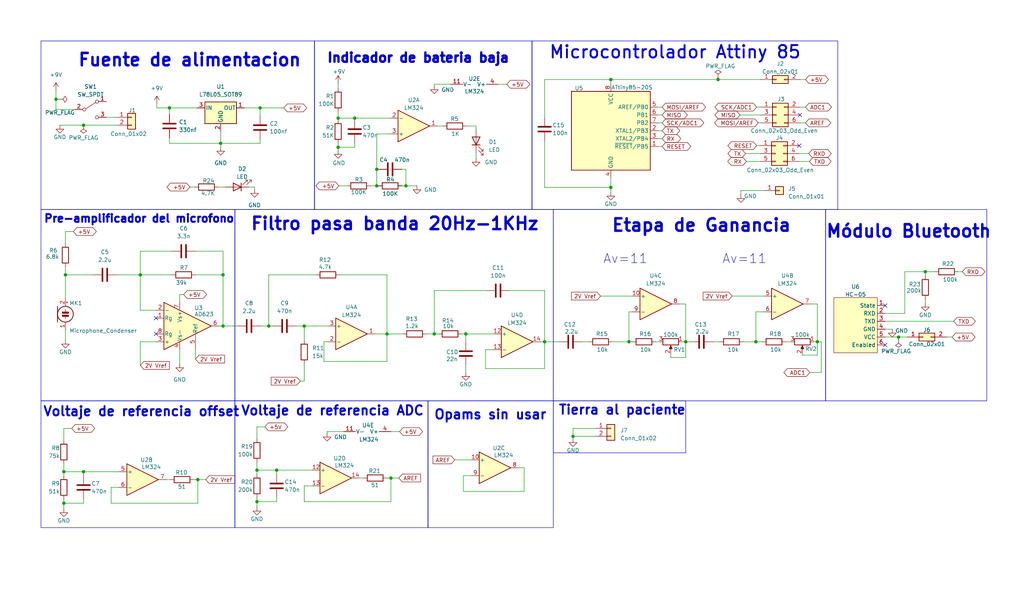
<source format=kicad_sch>
(kicad_sch (version 20230121) (generator eeschema)
  (paper "User" 329.997 189.992)
  (junction (at 31.496 397.256))
  (junction (at 54.61 34.798))
  (junction (at 114.3 38.1))
  (junction (at 20.574 152.146))
  (junction (at 232.537 313.436))
  (junction (at 152.527 317.5))
  (junction (at 144.907 372.11))
  (junction (at 19.05 375.412))
  (junction (at 149.987 362.712))
  (junction (at 89.154 151.638))
  (junction (at 40.64 285.496))
  (junction (at 184.658 140.716))
  (junction (at 30.48 345.44))
  (junction (at 150.114 107.696))
  (junction (at 82.804 151.638))
  (junction (at 124.714 107.696))
  (junction (at 202.692 110.236))
  (junction (at 45.212 88.646))
  (junction (at 39.878 219.456))
  (junction (at 183.261 320.04))
  (junction (at 231.394 25.654))
  (junction (at 24.384 375.412))
  (junction (at 185.42 216.408))
  (junction (at 101.346 376.936))
  (junction (at 26.924 40.386))
  (junction (at 243.586 110.236))
  (junction (at 21.082 88.646))
  (junction (at 31.496 391.922))
  (junction (at 24.13 263.652))
  (junction (at 125.984 154.178))
  (junction (at 71.882 88.646))
  (junction (at 39.878 345.44))
  (junction (at 121.412 59.944))
  (junction (at 82.804 161.798))
  (junction (at 142.748 213.868))
  (junction (at 145.923 317.5))
  (junction (at 71.882 105.156))
  (junction (at 297.434 210.058))
  (junction (at 20.574 162.306))
  (junction (at 187.452 261.62))
  (junction (at 18.034 332.994))
  (junction (at 263.398 110.236))
  (junction (at 185.293 365.252))
  (junction (at 26.924 152.146))
  (junction (at 196.85 25.654))
  (junction (at 234.696 209.804))
  (junction (at 147.066 268.478))
  (junction (at 220.98 110.236))
  (junction (at 63.754 154.686))
  (junction (at 31.242 285.496))
  (junction (at 31.242 280.162))
  (junction (at 18.796 263.652))
  (junction (at 18.796 273.05))
  (junction (at 289.56 108.712))
  (junction (at 121.412 54.61))
  (junction (at 154.686 213.868))
  (junction (at 152.146 259.08))
  (junction (at 108.966 47.498))
  (junction (at 18.034 323.596))
  (junction (at 140.589 326.898))
  (junction (at 19.05 384.81))
  (junction (at 23.368 323.596))
  (junction (at 196.85 60.452))
  (junction (at 98.044 105.156))
  (junction (at 30.48 340.106))
  (junction (at 71.12 46.228))
  (junction (at 23.368 208.026))
  (junction (at 97.79 323.85))
  (junction (at 40.894 397.256))
  (junction (at 144.907 362.712))
  (junction (at 18.034 32.004))
  (junction (at 52.578 208.026))
  (junction (at 139.954 107.696))
  (junction (at 140.589 317.5))
  (junction (at 147.066 259.08))
  (junction (at 83.82 34.798))
  (junction (at 86.614 105.156))
  (junction (at 148.082 213.868))
  (junction (at 298.196 87.63))
  (junction (at 130.81 59.944))
  (junction (at 175.514 110.236))
  (junction (at 108.966 38.1))
  (junction (at 142.748 223.266))
  (no_connect (at 50.292 102.616))
  (no_connect (at 50.292 107.696))
  (no_connect (at 285.242 98.552))
  (no_connect (at 257.81 37.084))
  (no_connect (at 257.556 46.99))
  (no_connect (at 285.242 111.252))
  (wire (pts (xy 80.264 60.325) (xy 82.042 60.325)))
  (wire (pts (xy 291.592 101.092) (xy 291.592 87.63)))
  (wire (pts (xy 105.664 376.936) (xy 101.346 376.936)))
  (wire (pts (xy 21.082 106.426) (xy 21.082 109.728)))
  (wire (pts (xy 152.527 317.5) (xy 157.353 317.5)))
  (wire (pts (xy 19.05 364.236) (xy 19.05 365.76)))
  (wire (pts (xy 129.54 59.944) (xy 130.81 59.944)))
  (wire (pts (xy 202.692 100.584) (xy 203.708 100.584)))
  (wire (pts (xy 54.61 34.798) (xy 54.61 36.83)))
  (wire (pts (xy 150.114 117.856) (xy 150.114 120.142)))
  (wire (pts (xy 243.586 100.584) (xy 246.126 100.584)))
  (wire (pts (xy 20.574 161.036) (xy 20.574 162.306)))
  (wire (pts (xy 185.42 216.408) (xy 184.15 216.408)))
  (wire (pts (xy 70.612 105.156) (xy 71.882 105.156)))
  (wire (pts (xy 63.754 162.306) (xy 63.754 154.686)))
  (wire (pts (xy 117.094 154.178) (xy 115.824 154.178)))
  (wire (pts (xy 34.798 328.676) (xy 30.48 328.676)))
  (wire (pts (xy 21.082 78.486) (xy 21.082 74.676)))
  (wire (pts (xy 57.912 94.996) (xy 57.912 97.536)))
  (wire (pts (xy 55.372 88.646) (xy 45.212 88.646)))
  (wire (pts (xy 86.614 88.646) (xy 101.854 88.646)))
  (wire (pts (xy 152.146 259.08) (xy 161.544 259.08)))
  (wire (pts (xy 240.538 52.07) (xy 244.856 52.07)))
  (wire (pts (xy 97.79 333.502) (xy 97.79 335.788)))
  (wire (pts (xy 24.384 375.412) (xy 24.384 375.92)))
  (wire (pts (xy 152.146 268.478) (xy 147.066 268.478)))
  (wire (pts (xy 176.403 365.252) (xy 174.625 365.252)))
  (wire (pts (xy 243.84 46.99) (xy 244.856 46.99)))
  (wire (pts (xy 196.85 25.654) (xy 231.394 25.654)))
  (wire (pts (xy 140.589 317.5) (xy 140.589 318.008)))
  (wire (pts (xy 229.235 313.436) (xy 232.537 313.436)))
  (wire (pts (xy 159.004 112.776) (xy 156.464 112.776)))
  (wire (pts (xy 157.353 372.872) (xy 185.293 372.872)))
  (wire (pts (xy 18.796 263.652) (xy 24.13 263.652)))
  (wire (pts (xy 21.082 86.106) (xy 21.082 88.646)))
  (wire (pts (xy 18.034 312.42) (xy 18.034 313.944)))
  (wire (pts (xy 234.696 209.804) (xy 234.696 211.836)))
  (wire (pts (xy 35.56 268.732) (xy 31.242 268.732)))
  (wire (pts (xy 196.85 60.452) (xy 196.85 57.404)))
  (wire (pts (xy 24.13 263.652) (xy 35.56 263.652)))
  (wire (pts (xy 105.41 139.192) (xy 105.41 139.7)))
  (wire (pts (xy 110.744 139.192) (xy 105.41 139.192)))
  (wire (pts (xy 231.394 209.804) (xy 234.696 209.804)))
  (wire (pts (xy 232.537 323.088) (xy 232.537 325.374)))
  (wire (pts (xy 144.907 372.11) (xy 144.907 373.126)))
  (wire (pts (xy 150.114 107.696) (xy 150.114 110.236)))
  (wire (pts (xy 157.353 322.58) (xy 155.321 322.58)))
  (wire (pts (xy 19.05 375.412) (xy 24.384 375.412)))
  (wire (pts (xy 140.589 317.5) (xy 145.923 317.5)))
  (wire (pts (xy 148.082 221.996) (xy 148.082 223.266)))
  (wire (pts (xy 212.09 44.704) (xy 213.36 44.704)))
  (wire (pts (xy 18.796 273.05) (xy 18.796 274.066)))
  (wire (pts (xy 147.066 259.08) (xy 152.146 259.08)))
  (wire (pts (xy 231.394 25.146) (xy 231.394 25.654)))
  (wire (pts (xy 234.696 219.456) (xy 234.696 221.742)))
  (wire (pts (xy 202.692 100.584) (xy 202.692 110.236)))
  (wire (pts (xy 63.5 378.968) (xy 63.5 377.952)))
  (wire (pts (xy 257.81 39.624) (xy 259.588 39.624)))
  (wire (pts (xy 114.3 46.228) (xy 114.3 47.498)))
  (wire (pts (xy 148.082 223.266) (xy 142.748 223.266)))
  (wire (pts (xy 40.894 397.256) (xy 44.45 397.256)))
  (wire (pts (xy 148.844 107.696) (xy 150.114 107.696)))
  (wire (pts (xy 245.11 25.654) (xy 231.394 25.654)))
  (wire (pts (xy 219.964 110.236) (xy 220.98 110.236)))
  (wire (pts (xy 245.11 39.624) (xy 244.348 39.624)))
  (wire (pts (xy 185.293 372.872) (xy 185.293 365.252)))
  (wire (pts (xy 63.246 267.208) (xy 63.246 266.192)))
  (wire (pts (xy 144.907 353.06) (xy 144.907 351.536)))
  (wire (pts (xy 26.924 162.306) (xy 20.574 162.306)))
  (wire (pts (xy 19.304 397.256) (xy 21.844 397.256)))
  (wire (pts (xy 301.752 210.058) (xy 297.434 210.058)))
  (wire (pts (xy 307.34 103.632) (xy 285.242 103.632)))
  (wire (pts (xy 20.574 162.306) (xy 20.574 164.084)))
  (wire (pts (xy 18.796 263.652) (xy 18.796 264.16)))
  (wire (pts (xy 19.304 208.026) (xy 19.304 206.756)))
  (wire (pts (xy 108.966 38.1) (xy 114.3 38.1)))
  (wire (pts (xy 157.48 224.028) (xy 185.42 224.028)))
  (wire (pts (xy 124.714 107.696) (xy 129.794 107.696)))
  (wire (pts (xy 114.3 38.1) (xy 125.73 38.1)))
  (wire (pts (xy 238.76 61.468) (xy 238.76 62.738)))
  (wire (pts (xy 19.05 373.38) (xy 19.05 375.412)))
  (wire (pts (xy 108.966 26.924) (xy 108.966 28.448)))
  (wire (pts (xy 59.182 94.996) (xy 57.912 94.996)))
  (wire (pts (xy 298.196 87.63) (xy 298.196 88.9)))
  (wire (pts (xy 89.154 151.638) (xy 100.584 151.638)))
  (wire (pts (xy 31.496 391.922) (xy 32.004 391.922)))
  (wire (pts (xy 18.034 321.564) (xy 18.034 323.596)))
  (wire (pts (xy 148.082 213.868) (xy 154.686 213.868)))
  (wire (pts (xy 98.044 376.936) (xy 101.346 376.936)))
  (wire (pts (xy 121.412 59.944) (xy 121.92 59.944)))
  (wire (pts (xy 23.368 323.596) (xy 34.798 323.596)))
  (wire (pts (xy 57.912 112.776) (xy 57.912 117.348)))
  (wire (pts (xy 54.61 34.798) (xy 50.546 34.798)))
  (wire (pts (xy 83.82 44.958) (xy 83.82 46.228)))
  (wire (pts (xy 189.357 365.252) (xy 185.293 365.252)))
  (wire (pts (xy 264.668 120.142) (xy 264.668 110.236)))
  (wire (pts (xy 23.368 208.026) (xy 23.368 210.058)))
  (wire (pts (xy 31.496 397.256) (xy 31.496 391.922)))
  (wire (pts (xy 62.992 88.646) (xy 71.882 88.646)))
  (wire (pts (xy 216.154 115.316) (xy 220.98 115.316)))
  (wire (pts (xy 301.244 87.63) (xy 298.196 87.63)))
  (wire (pts (xy 63.5 34.798) (xy 54.61 34.798)))
  (wire (pts (xy 222.25 209.804) (xy 223.774 209.804)))
  (wire (pts (xy 85.344 137.668) (xy 82.804 137.668)))
  (wire (pts (xy 153.416 49.276) (xy 153.416 51.054)))
  (wire (pts (xy 31.242 285.496) (xy 31.242 280.162)))
  (wire (pts (xy 159.512 218.948) (xy 157.48 218.948)))
  (wire (pts (xy 18.796 261.62) (xy 18.796 263.652)))
  (wire (pts (xy 152.527 313.69) (xy 152.781 313.69)))
  (wire (pts (xy 147.066 267.208) (xy 147.066 268.478)))
  (wire (pts (xy 243.586 110.236) (xy 239.522 110.236)))
  (wire (pts (xy 121.412 54.61) (xy 121.92 54.61)))
  (wire (pts (xy 212.09 47.244) (xy 213.36 47.244)))
  (wire (pts (xy 83.82 37.338) (xy 83.82 34.798)))
  (wire (pts (xy 71.882 105.156) (xy 76.454 105.156)))
  (wire (pts (xy 154.686 210.058) (xy 154.94 210.058)))
  (wire (pts (xy 63.246 274.828) (xy 63.246 276.606)))
  (wire (pts (xy 147.066 259.08) (xy 147.066 259.588)))
  (wire (pts (xy 145.923 317.5) (xy 145.923 318.008)))
  (wire (pts (xy 20.574 149.606) (xy 20.574 152.146)))
  (wire (pts (xy 202.692 110.236) (xy 203.708 110.236)))
  (wire (pts (xy 18.034 332.994) (xy 18.034 334.01)))
  (wire (pts (xy 238.506 37.084) (xy 245.11 37.084)))
  (wire (pts (xy 149.987 362.712) (xy 149.987 363.474)))
  (wire (pts (xy 31.242 285.496) (xy 31.75 285.496)))
  (wire (pts (xy 144.907 351.536) (xy 146.177 351.536)))
  (wire (pts (xy 102.108 323.85) (xy 97.79 323.85)))
  (wire (pts (xy 21.082 74.676) (xy 23.622 74.676)))
  (wire (pts (xy 257.81 34.544) (xy 259.588 34.544)))
  (wire (pts (xy 23.368 332.994) (xy 18.034 332.994)))
  (wire (pts (xy 23.368 208.026) (xy 19.304 208.026)))
  (wire (pts (xy 168.91 150.876) (xy 167.132 150.876)))
  (wire (pts (xy 154.686 213.868) (xy 159.512 213.868)))
  (wire (pts (xy 139.954 27.178) (xy 139.954 27.686)))
  (wire (pts (xy 191.77 140.716) (xy 184.658 140.716)))
  (wire (pts (xy 168.91 158.496) (xy 168.91 150.876)))
  (wire (pts (xy 156.718 93.726) (xy 139.954 93.726)))
  (wire (pts (xy 285.242 108.712) (xy 289.56 108.712)))
  (wire (pts (xy 52.578 218.186) (xy 52.578 219.456)))
  (wire (pts (xy 149.987 362.712) (xy 159.385 362.712)))
  (wire (pts (xy 125.984 161.798) (xy 125.984 154.178)))
  (wire (pts (xy 145.288 27.178) (xy 139.954 27.178)))
  (wire (pts (xy 308.864 87.63) (xy 310.134 87.63)))
  (wire (pts (xy 52.578 208.026) (xy 60.198 208.026)))
  (wire (pts (xy 40.64 280.162) (xy 40.64 285.496)))
  (wire (pts (xy 175.514 93.726) (xy 175.514 110.236)))
  (wire (pts (xy 18.034 323.596) (xy 23.368 323.596)))
  (wire (pts (xy 129.54 54.61) (xy 130.81 54.61)))
  (wire (pts (xy 153.416 40.64) (xy 150.368 40.64)))
  (wire (pts (xy 47.498 208.026) (xy 52.578 208.026)))
  (wire (pts (xy 28.448 345.44) (xy 30.48 345.44)))
  (wire (pts (xy 39.878 219.456) (xy 39.878 220.726)))
  (wire (pts (xy 31.496 397.256) (xy 32.004 397.256)))
  (wire (pts (xy 140.589 306.324) (xy 141.859 306.324)))
  (wire (pts (xy 62.992 112.776) (xy 62.992 115.824)))
  (wire (pts (xy 20.574 152.146) (xy 20.574 153.416)))
  (wire (pts (xy 291.592 87.63) (xy 298.196 87.63)))
  (wire (pts (xy 109.22 59.944) (xy 111.76 59.944)))
  (wire (pts (xy 37.592 88.646) (xy 45.212 88.646)))
  (wire (pts (xy 145.923 326.898) (xy 140.589 326.898)))
  (wire (pts (xy 218.948 98.044) (xy 220.98 98.044)))
  (wire (pts (xy 144.907 362.712) (xy 149.987 362.712)))
  (wire (pts (xy 140.589 325.628) (xy 140.589 326.898)))
  (wire (pts (xy 142.748 202.692) (xy 144.018 202.692)))
  (wire (pts (xy 62.484 327.152) (xy 62.484 326.136)))
  (wire (pts (xy 184.658 138.176) (xy 184.658 140.716)))
  (wire (pts (xy 257.556 49.53) (xy 260.604 49.53)))
  (wire (pts (xy 78.74 34.798) (xy 83.82 34.798)))
  (wire (pts (xy 258.572 114.554) (xy 258.572 114.046)))
  (wire (pts (xy 98.044 122.936) (xy 98.044 117.348)))
  (wire (pts (xy 35.814 157.226) (xy 35.814 162.306)))
  (wire (pts (xy 82.804 151.638) (xy 82.804 152.908)))
  (wire (pts (xy 83.566 323.85) (xy 83.566 322.58)))
  (wire (pts (xy 187.452 269.24) (xy 187.452 261.62)))
  (wire (pts (xy 145.923 317.5) (xy 152.527 317.5)))
  (wire (pts (xy 82.804 160.528) (xy 82.804 161.798)))
  (wire (pts (xy 24.13 35.306) (xy 18.034 35.306)))
  (wire (pts (xy 63.754 154.686) (xy 66.294 154.686)))
  (wire (pts (xy 54.61 46.228) (xy 71.12 46.228)))
  (wire (pts (xy 139.954 107.696) (xy 141.224 107.696)))
  (wire (pts (xy 31.242 268.732) (xy 31.242 280.162)))
  (wire (pts (xy 30.48 345.44) (xy 30.988 345.44)))
  (wire (pts (xy 86.614 105.156) (xy 84.074 105.156)))
  (wire (pts (xy 140.589 315.468) (xy 140.589 317.5)))
  (wire (pts (xy 159.385 367.792) (xy 157.353 367.792)))
  (wire (pts (xy 18.034 32.004) (xy 18.034 29.21)))
  (wire (pts (xy 285.242 106.172) (xy 287.528 106.172)))
  (wire (pts (xy 125.984 154.178) (xy 124.714 154.178)))
  (wire (pts (xy 45.212 81.026) (xy 55.372 81.026)))
  (wire (pts (xy 212.09 37.084) (xy 213.36 37.084)))
  (wire (pts (xy 89.154 161.798) (xy 82.804 161.798)))
  (wire (pts (xy 196.85 60.452) (xy 196.85 61.976)))
  (wire (pts (xy 220.98 110.236) (xy 222.25 110.236)))
  (wire (pts (xy 157.353 367.792) (xy 157.353 372.872)))
  (wire (pts (xy 39.878 215.646) (xy 39.878 219.456)))
  (wire (pts (xy 175.514 25.654) (xy 196.85 25.654)))
  (wire (pts (xy 89.154 160.528) (xy 89.154 161.798)))
  (wire (pts (xy 38.354 157.226) (xy 35.814 157.226)))
  (wire (pts (xy 19.05 383.54) (xy 19.05 384.81)))
  (wire (pts (xy 24.13 271.78) (xy 24.13 273.05)))
  (wire (pts (xy 137.414 107.696) (xy 139.954 107.696)))
  (wire (pts (xy 289.56 108.712) (xy 289.56 109.474)))
  (wire (pts (xy 150.114 107.696) (xy 159.004 107.696)))
  (wire (pts (xy 153.416 41.656) (xy 153.416 40.64)))
  (polyline (pts (xy 148.59 129.286) (xy 148.59 129.286)))
  (wire (pts (xy 125.984 139.192) (xy 128.778 139.192)))
  (wire (pts (xy 38.608 345.44) (xy 39.878 345.44)))
  (wire (pts (xy 26.924 152.146) (xy 38.354 152.146)))
  (wire (pts (xy 164.338 93.726) (xy 175.514 93.726)))
  (wire (pts (xy 149.352 158.496) (xy 168.91 158.496)))
  (wire (pts (xy 31.242 280.162) (xy 31.75 280.162)))
  (wire (pts (xy 191.516 261.62) (xy 187.452 261.62)))
  (wire (pts (xy 260.985 120.142) (xy 264.668 120.142)))
  (wire (pts (xy 23.368 323.596) (xy 23.368 324.104)))
  (wire (pts (xy 161.544 264.16) (xy 159.512 264.16)))
  (wire (pts (xy 71.12 42.418) (xy 71.12 46.228)))
  (wire (pts (xy 94.488 323.85) (xy 97.79 323.85)))
  (wire (pts (xy 101.346 376.936) (xy 101.346 378.968)))
  (wire (pts (xy 63.5 386.588) (xy 63.5 388.366)))
  (wire (pts (xy 142.748 204.216) (xy 142.748 202.692)))
  (wire (pts (xy 26.924 40.386) (xy 37.338 40.386)))
  (wire (pts (xy 142.748 223.266) (xy 142.748 224.282)))
  (wire (pts (xy 305.054 108.712) (xy 306.832 108.712)))
  (wire (pts (xy 18.288 345.44) (xy 20.828 345.44)))
  (wire (pts (xy 142.748 40.64) (xy 140.97 40.64)))
  (wire (pts (xy 23.368 217.678) (xy 23.368 219.456)))
  (wire (pts (xy 159.512 269.24) (xy 187.452 269.24)))
  (wire (pts (xy 98.044 161.798) (xy 125.984 161.798)))
  (wire (pts (xy 124.714 107.696) (xy 124.714 116.586)))
  (wire (pts (xy 147.066 268.478) (xy 147.066 269.494)))
  (wire (pts (xy 45.212 110.236) (xy 45.212 117.856)))
  (wire (pts (xy 98.044 105.156) (xy 105.664 105.156)))
  (wire (pts (xy 240.284 49.53) (xy 244.856 49.53)))
  (wire (pts (xy 297.434 219.71) (xy 297.434 221.996)))
  (wire (pts (xy 89.154 376.936) (xy 90.424 376.936)))
  (wire (pts (xy 175.514 60.452) (xy 196.85 60.452)))
  (wire (pts (xy 71.882 88.646) (xy 71.882 105.156)))
  (wire (pts (xy 220.091 313.436) (xy 221.615 313.436)))
  (wire (pts (xy 45.212 100.076) (xy 50.292 100.076)))
  (wire (pts (xy 89.154 152.908) (xy 89.154 151.638)))
  (wire (pts (xy 189.484 216.408) (xy 185.42 216.408)))
  (wire (pts (xy 157.48 218.948) (xy 157.48 224.028)))
  (wire (pts (xy 24.13 273.05) (xy 18.796 273.05)))
  (wire (pts (xy 86.614 105.156) (xy 87.884 105.156)))
  (wire (pts (xy 257.556 52.07) (xy 260.858 52.07)))
  (wire (pts (xy 21.082 88.646) (xy 29.972 88.646)))
  (wire (pts (xy 197.358 110.236) (xy 202.692 110.236)))
  (wire (pts (xy 39.37 285.496) (xy 40.64 285.496)))
  (wire (pts (xy 35.814 380.492) (xy 31.496 380.492)))
  (wire (pts (xy 82.804 161.798) (xy 82.804 163.576)))
  (wire (pts (xy 142.748 213.868) (xy 148.082 213.868)))
  (wire (pts (xy 184.658 140.716) (xy 184.658 141.478)))
  (wire (pts (xy 40.894 391.922) (xy 40.894 397.256)))
  (wire (pts (xy 18.034 32.004) (xy 19.05 32.004)))
  (wire (pts (xy 156.464 112.776) (xy 156.464 118.872)))
  (wire (pts (xy 26.924 161.036) (xy 26.924 162.306)))
  (wire (pts (xy 52.832 377.952) (xy 51.054 377.952)))
  (wire (pts (xy 21.082 88.646) (xy 21.082 96.266)))
  (wire (pts (xy 108.966 36.068) (xy 108.966 38.1)))
  (wire (pts (xy 98.044 105.156) (xy 95.504 105.156)))
  (wire (pts (xy 212.09 42.164) (xy 213.36 42.164)))
  (wire (pts (xy 120.904 107.696) (xy 124.714 107.696)))
  (wire (pts (xy 294.132 210.058) (xy 297.434 210.058)))
  (wire (pts (xy 176.53 216.408) (xy 174.752 216.408)))
  (wire (pts (xy 70.358 60.325) (xy 72.644 60.325)))
  (wire (pts (xy 86.614 88.646) (xy 86.614 105.156)))
  (wire (pts (xy 261.366 98.044) (xy 263.398 98.044)))
  (wire (pts (xy 30.48 328.676) (xy 30.48 340.106)))
  (wire (pts (xy 39.37 280.162) (xy 40.64 280.162)))
  (wire (pts (xy 243.586 100.584) (xy 243.586 110.236)))
  (wire (pts (xy 20.574 138.176) (xy 20.574 141.986)))
  (wire (pts (xy 185.42 224.028) (xy 185.42 216.408)))
  (wire (pts (xy 61.214 60.325) (xy 62.738 60.325)))
  (wire (pts (xy 19.05 285.496) (xy 21.59 285.496)))
  (wire (pts (xy 289.56 108.712) (xy 292.354 108.712)))
  (wire (pts (xy 23.368 219.456) (xy 39.878 219.456)))
  (wire (pts (xy 54.61 44.45) (xy 54.61 46.228)))
  (wire (pts (xy 30.48 345.44) (xy 30.48 340.106)))
  (wire (pts (xy 191.77 138.176) (xy 184.658 138.176)))
  (wire (pts (xy 212.09 39.624) (xy 213.36 39.624)))
  (wire (pts (xy 54.864 154.686) (xy 53.594 154.686)))
  (wire (pts (xy 125.984 154.178) (xy 128.524 154.178)))
  (wire (pts (xy 89.154 151.638) (xy 82.804 151.638)))
  (wire (pts (xy 152.146 259.08) (xy 152.146 259.842)))
  (wire (pts (xy 30.48 340.106) (xy 30.988 340.106)))
  (wire (pts (xy 63.754 154.686) (xy 62.484 154.686)))
  (wire (pts (xy 263.398 98.044) (xy 263.398 110.236)))
  (wire (pts (xy 24.384 383.54) (xy 24.384 384.81)))
  (wire (pts (xy 29.21 285.496) (xy 31.242 285.496)))
  (wire (pts (xy 63.246 266.192) (xy 60.198 266.192)))
  (wire (pts (xy 183.261 320.04) (xy 181.991 320.04)))
  (wire (pts (xy 26.924 153.416) (xy 26.924 152.146)))
  (wire (pts (xy 174.371 320.04) (xy 172.593 320.04)))
  (wire (pts (xy 142.748 213.868) (xy 142.748 214.376)))
  (wire (pts (xy 39.878 345.44) (xy 43.434 345.44)))
  (wire (pts (xy 243.84 34.544) (xy 245.11 34.544)))
  (wire (pts (xy 211.328 110.236) (xy 212.344 110.236)))
  (wire (pts (xy 239.014 209.804) (xy 234.696 209.804)))
  (wire (pts (xy 114.3 47.498) (xy 108.966 47.498)))
  (wire (pts (xy 18.796 271.78) (xy 18.796 273.05)))
  (wire (pts (xy 31.496 380.492) (xy 31.496 391.922)))
  (wire (pts (xy 253.238 110.236) (xy 254.762 110.236)))
  (wire (pts (xy 140.589 326.898) (xy 140.589 327.914)))
  (wire (pts (xy 97.79 323.85) (xy 97.79 325.882)))
  (wire (pts (xy 104.394 116.586) (xy 124.714 116.586)))
  (wire (pts (xy 39.878 219.456) (xy 52.578 219.456)))
  (wire (pts (xy 98.044 156.718) (xy 98.044 161.798)))
  (wire (pts (xy 216.154 114.046) (xy 216.154 115.316)))
  (wire (pts (xy 24.13 263.652) (xy 24.13 264.16)))
  (wire (pts (xy 229.87 110.236) (xy 231.902 110.236)))
  (wire (pts (xy 100.584 156.718) (xy 98.044 156.718)))
  (wire (pts (xy 39.624 397.256) (xy 40.894 397.256)))
  (wire (pts (xy 71.12 46.228) (xy 71.12 47.498)))
  (wire (pts (xy 38.608 340.106) (xy 39.878 340.106)))
  (wire (pts (xy 35.814 162.306) (xy 63.754 162.306)))
  (wire (pts (xy 148.082 213.868) (xy 148.082 214.376)))
  (wire (pts (xy 152.146 267.462) (xy 152.146 268.478)))
  (wire (pts (xy 71.12 46.228) (xy 83.82 46.228)))
  (wire (pts (xy 145.923 325.628) (xy 145.923 326.898)))
  (wire (pts (xy 121.412 59.944) (xy 121.412 54.61)))
  (wire (pts (xy 142.748 221.996) (xy 142.748 223.266)))
  (wire (pts (xy 187.452 261.62) (xy 186.182 261.62)))
  (wire (pts (xy 146.558 148.336) (xy 151.892 148.336)))
  (wire (pts (xy 19.304 40.386) (xy 26.924 40.386)))
  (wire (pts (xy 183.261 327.66) (xy 183.261 320.04)))
  (wire (pts (xy 109.474 88.646) (xy 124.714 88.646)))
  (wire (pts (xy 149.352 153.416) (xy 149.352 158.496)))
  (wire (pts (xy 114.3 38.1) (xy 114.3 38.608)))
  (wire (pts (xy 175.514 37.846) (xy 175.514 25.654)))
  (wire (pts (xy 151.892 153.416) (xy 149.352 153.416)))
  (wire (pts (xy 174.244 110.236) (xy 175.514 110.236)))
  (wire (pts (xy 154.686 210.058) (xy 154.686 213.868)))
  (wire (pts (xy 23.114 138.176) (xy 20.574 138.176)))
  (wire (pts (xy 263.398 110.236) (xy 263.398 114.554)))
  (wire (pts (xy 187.706 110.236) (xy 189.738 110.236)))
  (wire (pts (xy 71.882 88.646) (xy 71.882 81.026)))
  (wire (pts (xy 71.882 81.026) (xy 62.992 81.026)))
  (wire (pts (xy 18.034 35.306) (xy 18.034 32.004)))
  (wire (pts (xy 187.325 320.04) (xy 183.261 320.04)))
  (wire (pts (xy 243.586 110.236) (xy 245.618 110.236)))
  (wire (pts (xy 156.464 118.872) (xy 175.514 118.872)))
  (wire (pts (xy 108.966 47.498) (xy 108.966 48.514)))
  (wire (pts (xy 39.624 391.922) (xy 40.894 391.922)))
  (wire (pts (xy 124.714 88.646) (xy 124.714 107.696)))
  (wire (pts (xy 101.346 386.588) (xy 101.346 388.874)))
  (wire (pts (xy 144.907 360.68) (xy 144.907 362.712)))
  (wire (pts (xy 140.589 307.848) (xy 140.589 306.324)))
  (wire (pts (xy 246.126 61.468) (xy 238.76 61.468)))
  (wire (pts (xy 108.966 46.228) (xy 108.966 47.498)))
  (wire (pts (xy 285.242 101.092) (xy 291.592 101.092)))
  (wire (pts (xy 51.816 326.136) (xy 50.038 326.136)))
  (wire (pts (xy 257.81 25.654) (xy 259.588 25.654)))
  (wire (pts (xy 24.384 384.81) (xy 19.05 384.81)))
  (wire (pts (xy 82.804 149.098) (xy 82.804 151.638)))
  (wire (pts (xy 236.855 313.436) (xy 232.537 313.436)))
  (wire (pts (xy 152.527 313.69) (xy 152.527 317.5)))
  (wire (pts (xy 62.484 334.772) (xy 62.484 336.55)))
  (wire (pts (xy 212.09 34.544) (xy 213.36 34.544)))
  (wire (pts (xy 284.988 210.058) (xy 286.512 210.058)))
  (wire (pts (xy 262.382 110.236) (xy 263.398 110.236)))
  (wire (pts (xy 62.484 326.136) (xy 59.436 326.136)))
  (wire (pts (xy 178.562 261.62) (xy 176.784 261.62)))
  (wire (pts (xy 63.5 377.952) (xy 60.452 377.952)))
  (wire (pts (xy 149.987 372.11) (xy 144.907 372.11)))
  (wire (pts (xy 185.293 365.252) (xy 184.023 365.252)))
  (wire (pts (xy 125.73 43.18) (xy 121.412 43.18)))
  (wire (pts (xy 147.066 247.904) (xy 148.336 247.904)))
  (wire (pts (xy 193.548 95.504) (xy 203.708 95.504)))
  (wire (pts (xy 52.578 266.192) (xy 50.8 266.192)))
  (wire (pts (xy 155.321 327.66) (xy 183.261 327.66)))
  (wire (pts (xy 45.212 88.646) (xy 45.212 100.076)))
  (wire (pts (xy 149.987 371.094) (xy 149.987 372.11)))
  (wire (pts (xy 18.034 331.724) (xy 18.034 332.994)))
  (wire (pts (xy 108.966 38.1) (xy 108.966 38.608)))
  (wire (pts (xy 147.066 249.428) (xy 147.066 247.904)))
  (wire (pts (xy 175.514 110.236) (xy 180.086 110.236)))
  (wire (pts (xy 96.774 122.936) (xy 98.044 122.936)))
  (wire (pts (xy 196.85 25.654) (xy 196.85 26.924)))
  (wire (pts (xy 19.05 384.81) (xy 19.05 385.826)))
  (wire (pts (xy 175.514 45.466) (xy 175.514 60.452)))
  (wire (pts (xy 39.878 340.106) (xy 39.878 345.44)))
  (wire (pts (xy 264.668 110.236) (xy 263.398 110.236)))
  (wire (pts (xy 18.796 252.476) (xy 18.796 254)))
  (wire (pts (xy 159.512 264.16) (xy 159.512 269.24)))
  (wire (pts (xy 82.042 60.325) (xy 82.042 61.087)))
  (wire (pts (xy 24.384 375.412) (xy 35.814 375.412)))
  (wire (pts (xy 139.954 93.726) (xy 139.954 107.696)))
  (wire (pts (xy 83.82 34.798) (xy 91.44 34.798)))
  (wire (pts (xy 82.804 137.668) (xy 82.804 141.478)))
  (wire (pts (xy 105.664 110.236) (xy 104.394 110.236)))
  (wire (pts (xy 40.64 285.496) (xy 44.196 285.496)))
  (wire (pts (xy 19.05 375.412) (xy 19.05 375.92)))
  (wire (pts (xy 297.434 210.058) (xy 297.434 212.09)))
  (wire (pts (xy 98.044 109.728) (xy 98.044 105.156)))
  (wire (pts (xy 142.748 211.836) (xy 142.748 213.868)))
  (wire (pts (xy 298.196 96.52) (xy 298.196 97.79)))
  (wire (pts (xy 263.398 114.554) (xy 258.572 114.554)))
  (wire (pts (xy 144.907 370.84) (xy 144.907 372.11)))
  (wire (pts (xy 232.537 313.436) (xy 232.537 315.468)))
  (wire (pts (xy 220.98 115.316) (xy 220.98 110.236)))
  (wire (pts (xy 175.514 110.236) (xy 175.514 118.872)))
  (wire (pts (xy 26.924 152.146) (xy 20.574 152.146)))
  (wire (pts (xy 220.98 98.044) (xy 220.98 110.236)))
  (wire (pts (xy 50.546 34.798) (xy 50.546 33.528)))
  (wire (pts (xy 144.907 362.712) (xy 144.907 363.22)))
  (wire (pts (xy 121.412 43.18) (xy 121.412 54.61)))
  (wire (pts (xy 130.81 59.944) (xy 134.366 59.944)))
  (wire (pts (xy 52.578 210.566) (xy 52.578 208.026)))
  (wire (pts (xy 235.966 95.504) (xy 246.126 95.504)))
  (wire (pts (xy 37.338 37.846) (xy 34.29 37.846)))
  (wire (pts (xy 29.464 397.256) (xy 31.496 397.256)))
  (wire (pts (xy 45.212 81.026) (xy 45.212 88.646)))
  (wire (pts (xy 104.394 110.236) (xy 104.394 116.586)))
  (wire (pts (xy 130.81 54.61) (xy 130.81 59.944)))
  (wire (pts (xy 155.321 322.58) (xy 155.321 327.66)))
  (wire (pts (xy 32.258 208.026) (xy 23.368 208.026)))
  (wire (pts (xy 45.212 110.236) (xy 50.292 110.236)))
  (wire (pts (xy 119.38 59.944) (xy 121.412 59.944)))
  (wire (pts (xy 147.066 257.048) (xy 147.066 259.08)))
  (wire (pts (xy 160.528 27.178) (xy 163.322 27.178)))
  (wire (pts (xy 83.566 323.85) (xy 86.868 323.85)))
  (wire (pts (xy 23.368 331.724) (xy 23.368 332.994)))
  (wire (pts (xy 18.034 323.596) (xy 18.034 324.104)))
  (rectangle (start 101.346 13.208) (end 171.45 67.564))
  (rectangle (start 75.692 67.564) (end 178.308 129.286))
  (rectangle (start 75.692 129.286) (end 137.922 170.18))
  (rectangle (start 13.208 129.286) (end 75.692 170.18))
  (rectangle (start 266.065 67.564) (end 318.008 129.286))
  (rectangle (start 13.208 67.564) (end 75.692 129.286))
  (rectangle (start 137.922 129.286) (end 178.308 170.18))
  (rectangle (start 13.208 13.208) (end 101.346 67.564))
  (rectangle (start 171.45 13.208) (end 270.002 67.564))
  (rectangle (start 178.308 129.286) (end 220.98 146.05))
  (rectangle (start 178.308 67.564) (end 266.065 129.286))
  (image (at 75.946 325.374) (scale 0.201573))
  (image (at 206.756 216.408) (scale 0.201573))
  (image (at 74.676 376.936) (scale 0.201573))
  (image (at 204.597 320.04) (scale 0.201573))
  (text "Voltaje de referencia ADC" (at 77.47 134.366 0) (effects (font (size 3 3) bold) (justify left bottom)))
  (text "Voltaje de referencia offset" (at 13.716 134.62 0) (effects (font (size 3 3) bold) (justify left bottom)))
  (text "Voltaje de referencia offset\n" (at 144.018 244.348 0) (effects (font (size 3 3) bold) (justify left bottom)))
  (text "Microcontrolador Attiny 85" (at 176.784 19.304 0) (effects (font (size 4 4) (thickness 0.6) bold) (justify left bottom)))
  (text "Indicador de bateria baja, terminal positiva\n" (at 12.319 357.124 0) (effects (font (size 3 3) (thickness 0.8) bold) (justify left bottom)))
  (text "Tierra al paciente" (at 179.832 134.112 0) (effects (font (size 3 3) bold) (justify left bottom)))
  (text "Pre-amplificador del microfono" (at 13.97 72.136 0) (effects (font (size 2.5 2.5) (thickness 0.6) bold) (justify left bottom)))
  (text "Indicador de bateria baja\n" (at 11.684 242.57 0) (effects (font (size 3 3) (thickness 0.8) bold) (justify left bottom)))
  (text "Indicador de bateria baja, terminal negativa" (at 12.192 304.038 0) (effects (font (size 3 3) (thickness 0.8) bold) (justify left bottom)))
  (text "Av=11\n" (at 194.31 85.344 0) (effects (font (size 3 3)) (justify left bottom)))
  (text "Voltaje de referencia ADC" (at 139.827 348.742 0) (effects (font (size 3 3) bold) (justify left bottom)))
  (text "Voltaje de referencia offset" (at 165.608 198.12 0) (effects (font (size 3 3) bold) (justify left bottom)))
  (text "Indicador de bateria baja\n" (at 105.156 20.574 0) (effects (font (size 3 3) (thickness 0.8) bold) (justify left bottom)))
  (text "Voltaje de referencia ADC" (at 163.449 301.752 0) (effects (font (size 3 3) bold) (justify left bottom)))
  (text "Filtro pasa banda 20Hz-1KHz" (at 80.518 74.676 0) (effects (font (size 4 4) (thickness 0.8) bold) (justify left bottom)))
  (text "Etapa de Ganancia" (at 196.85 75.184 0) (effects (font (size 4 4) bold) (justify left bottom)))
  (text "Módulo Bluetooth" (at 265.938 77.089 0) (effects (font (size 4 4) bold) (justify left bottom)))
  (text "Opams sin usar\n" (at 139.7 135.636 0) (effects (font (size 3 3) bold) (justify left bottom)))
  (text "Av=11\n" (at 232.664 85.344 0) (effects (font (size 3 3)) (justify left bottom)))
  (text "Fuente de alimentacion" (at 6.858 197.866 0) (effects (font (size 4 4) (thickness 0.8) bold) (justify left bottom)))
  (text "Fuente de alimentacion" (at 24.892 21.844 0) (effects (font (size 4 4) (thickness 0.8) bold) (justify left bottom)))
  (global_label "2V Vref" (shape input) (at 191.516 261.62 0) (property "Intersheetrefs" "${INTERSHEET_REFS}" (effects hide)))
  (global_label "+5V" (shape bidirectional) (at 89.154 376.936 180) (property "Intersheetrefs" "${INTERSHEET_REFS}" (effects hide)))
  (global_label "+5V" (shape bidirectional) (at 148.336 247.904 0) (property "Intersheetrefs" "${INTERSHEET_REFS}" (effects hide)))
  (global_label "AREF" (shape input) (at 146.558 148.336 180) (property "Intersheetrefs" "${INTERSHEET_REFS}" (effects hide)))
  (global_label "+5V" (shape bidirectional) (at 23.114 138.176 0) (property "Intersheetrefs" "${INTERSHEET_REFS}" (effects hide)))
  (global_label "+" (shape input) (at 105.664 376.936 0) (property "Intersheetrefs" "${INTERSHEET_REFS}" (effects hide)))
  (global_label "+5V" (shape bidirectional) (at 59.182 94.996 0) (property "Intersheetrefs" "${INTERSHEET_REFS}" (effects hide)))
  (global_label "+5V" (shape bidirectional) (at 109.22 59.944 180) (property "Intersheetrefs" "${INTERSHEET_REFS}" (effects hide)))
  (global_label "+5V" (shape bidirectional) (at 19.05 285.496 180) (property "Intersheetrefs" "${INTERSHEET_REFS}" (effects hide)))
  (global_label "TX" (shape bidirectional) (at 240.284 49.53 180) (property "Intersheetrefs" "${INTERSHEET_REFS}" (effects hide)))
  (global_label "TXD" (shape bidirectional) (at 307.34 103.632 0) (property "Intersheetrefs" "${INTERSHEET_REFS}" (effects hide)))
  (global_label "2V Vref" (shape input) (at 235.966 95.504 180) (property "Intersheetrefs" "${INTERSHEET_REFS}" (effects hide)))
  (global_label "+5V" (shape bidirectional) (at 220.091 313.436 180) (property "Intersheetrefs" "${INTERSHEET_REFS}" (effects hide)))
  (global_label "+5V" (shape bidirectional) (at 146.177 351.536 0) (property "Intersheetrefs" "${INTERSHEET_REFS}" (effects hide)))
  (global_label "Vo" (shape input) (at 154.94 210.058 0) (property "Intersheetrefs" "${INTERSHEET_REFS}" (effects hide)))
  (global_label "AREF" (shape input) (at 128.524 154.178 0) (property "Intersheetrefs" "${INTERSHEET_REFS}" (effects hide)))
  (global_label "+5V" (shape bidirectional) (at 141.859 306.324 0) (property "Intersheetrefs" "${INTERSHEET_REFS}" (effects hide)))
  (global_label "+5V" (shape bidirectional) (at 306.832 108.712 0) (property "Intersheetrefs" "${INTERSHEET_REFS}" (effects hide)))
  (global_label "+5V" (shape bidirectional) (at 259.588 25.654 0) (property "Intersheetrefs" "${INTERSHEET_REFS}" (effects hide)))
  (global_label "ADC1" (shape bidirectional) (at 259.588 34.544 0) (property "Intersheetrefs" "${INTERSHEET_REFS}" (effects hide)))
  (global_label "SCK{slash}ADC1" (shape bidirectional) (at 213.36 39.624 0) (property "Intersheetrefs" "${INTERSHEET_REFS}" (effects hide)))
  (global_label "+5V" (shape bidirectional) (at 222.25 209.804 180) (property "Intersheetrefs" "${INTERSHEET_REFS}" (effects hide)))
  (global_label "AREF" (shape bidirectional) (at 259.588 39.624 0) (property "Intersheetrefs" "${INTERSHEET_REFS}" (effects hide)))
  (global_label "+5V" (shape bidirectional) (at 144.018 202.692 0) (property "Intersheetrefs" "${INTERSHEET_REFS}" (effects hide)))
  (global_label "TXD" (shape bidirectional) (at 260.858 52.07 0) (property "Intersheetrefs" "${INTERSHEET_REFS}" (effects hide)))
  (global_label "2V Vref" (shape input) (at 189.357 365.252 0) (property "Intersheetrefs" "${INTERSHEET_REFS}" (effects hide)))
  (global_label "-" (shape input) (at 102.108 323.85 0) (property "Intersheetrefs" "${INTERSHEET_REFS}" (effects hide)))
  (global_label "+5V" (shape bidirectional) (at 163.322 27.178 0) (property "Intersheetrefs" "${INTERSHEET_REFS}" (effects hide)))
  (global_label "V_MICBIAS" (shape bidirectional) (at 284.988 210.058 180) (property "Intersheetrefs" "${INTERSHEET_REFS}" (effects hide)))
  (global_label "RX" (shape bidirectional) (at 213.36 44.704 0) (property "Intersheetrefs" "${INTERSHEET_REFS}" (effects hide)))
  (global_label "2V Vref" (shape input) (at 189.484 216.408 0) (property "Intersheetrefs" "${INTERSHEET_REFS}" (effects hide)))
  (global_label "Vo" (shape input) (at 236.855 313.436 0) (property "Intersheetrefs" "${INTERSHEET_REFS}" (effects hide)))
  (global_label "+5V" (shape bidirectional) (at 23.622 74.676 0) (property "Intersheetrefs" "${INTERSHEET_REFS}" (effects hide)))
  (global_label "2V Vref" (shape input) (at 62.992 115.824 0) (property "Intersheetrefs" "${INTERSHEET_REFS}" (effects hide)))
  (global_label "+5V" (shape bidirectional) (at 85.344 137.668 0) (property "Intersheetrefs" "${INTERSHEET_REFS}" (effects hide)))
  (global_label "+5V" (shape bidirectional) (at 60.198 208.026 0) (property "Intersheetrefs" "${INTERSHEET_REFS}" (effects hide)))
  (global_label "RESET" (shape bidirectional) (at 213.36 47.244 0) (property "Intersheetrefs" "${INTERSHEET_REFS}" (effects hide)))
  (global_label "+5V" (shape bidirectional) (at 18.288 345.44 180) (property "Intersheetrefs" "${INTERSHEET_REFS}" (effects hide)))
  (global_label "ADC1" (shape bidirectional) (at 260.985 120.142 180) (property "Intersheetrefs" "${INTERSHEET_REFS}" (effects hide)))
  (global_label "RXD" (shape bidirectional) (at 310.134 87.63 0) (property "Intersheetrefs" "${INTERSHEET_REFS}" (effects hide)))
  (global_label "2V Vref" (shape input) (at 96.774 122.936 180) (property "Intersheetrefs" "${INTERSHEET_REFS}" (effects hide)))
  (global_label "2V Vref" (shape input) (at 193.548 95.504 180) (property "Intersheetrefs" "${INTERSHEET_REFS}" (effects hide)))
  (global_label "MISO" (shape bidirectional) (at 238.506 37.084 180) (property "Intersheetrefs" "${INTERSHEET_REFS}" (effects hide)))
  (global_label "+5V" (shape bidirectional) (at 91.44 34.798 0) (property "Intersheetrefs" "${INTERSHEET_REFS}" (effects hide)))
  (global_label "RXD" (shape bidirectional) (at 260.604 49.53 0) (property "Intersheetrefs" "${INTERSHEET_REFS}" (effects hide)))
  (global_label "2V Vref" (shape input) (at 45.212 117.856 0) (property "Intersheetrefs" "${INTERSHEET_REFS}" (effects hide)))
  (global_label "MISO" (shape bidirectional) (at 213.36 37.084 0) (property "Intersheetrefs" "${INTERSHEET_REFS}" (effects hide)))
  (global_label "Vo" (shape input) (at 152.781 313.69 0) (property "Intersheetrefs" "${INTERSHEET_REFS}" (effects hide)))
  (global_label "MOSI{slash}AREF" (shape bidirectional) (at 244.348 39.624 180) (property "Intersheetrefs" "${INTERSHEET_REFS}" (effects hide)))
  (global_label "Vo" (shape input) (at 239.014 209.804 0) (property "Intersheetrefs" "${INTERSHEET_REFS}" (effects hide)))
  (global_label "+5V" (shape bidirectional) (at 19.304 397.256 180) (property "Intersheetrefs" "${INTERSHEET_REFS}" (effects hide)))
  (global_label "+5V" (shape bidirectional) (at 128.778 139.192 0) (property "Intersheetrefs" "${INTERSHEET_REFS}" (effects hide)))
  (global_label "RX" (shape bidirectional) (at 240.538 52.07 180) (property "Intersheetrefs" "${INTERSHEET_REFS}" (effects hide)))
  (global_label "RESET" (shape bidirectional) (at 243.84 46.99 180) (property "Intersheetrefs" "${INTERSHEET_REFS}" (effects hide)))
  (global_label "MOSI{slash}AREF" (shape bidirectional) (at 213.36 34.544 0) (property "Intersheetrefs" "${INTERSHEET_REFS}" (effects hide)))
  (global_label "TX" (shape bidirectional) (at 213.36 42.164 0) (property "Intersheetrefs" "${INTERSHEET_REFS}" (effects hide)))
  (global_label "VTH" (shape input) (at 301.752 210.058 0) (property "Intersheetrefs" "${INTERSHEET_REFS}" (effects hide)))
  (global_label "2V Vref" (shape input) (at 187.325 320.04 0) (property "Intersheetrefs" "${INTERSHEET_REFS}" (effects hide)))
  (global_label "2V Vref" (shape input) (at 66.294 154.686 0) (property "Intersheetrefs" "${INTERSHEET_REFS}" (effects hide)))
  (global_label "+5V" (shape bidirectional) (at 61.214 60.325 180) (property "Intersheetrefs" "${INTERSHEET_REFS}" (effects hide)))
  (global_label "SCK{slash}ADC1" (shape bidirectional) (at 243.84 34.544 180) (property "Intersheetrefs" "${INTERSHEET_REFS}" (effects hide)))
  (symbol (lib_id "power:+9V") (at 18.034 29.21 0) (unit 1)
    (property "Reference" "#PWR01" (effects hide))
    (property "Value" "+9V" (at 18.034 24.13 0))
  )
  (symbol (lib_id "Amplifier_Operational:LM324") (at 42.418 326.136 0) (mirror x) (unit 1)
    (property "Reference" "U2" (at 42.418 317.5 0))
    (property "Value" "LM324" (at 42.418 320.04 0))
    (property "Datasheet" "http://www.ti.com/lit/ds/symlink/lm2902-n.pdf" (effects hide))
  )
  (symbol (lib_id "Device:R") (at 55.626 326.136 90) (unit 1)
    (property "Reference" "R5" (at 56.896 323.85 90) (effects (justify left)))
    (property "Value" "1K" (at 57.15 328.676 90) (effects (justify left)))
    (property "Footprint" "Resistor_SMD:R_1206_3216Metric_Pad1.30x1.75mm_HandSolder" (effects hide))
  )
  (symbol (lib_id "power:PWR_FLAG") (at 26.924 40.386 180) (unit 1)
    (property "Reference" "#FLG02" (effects hide))
    (property "Value" "PWR_FLAG" (at 31.75 44.45 0) (effects (justify left)))
  )
  (symbol (lib_id "Connector_Generic:Conn_01x02") (at 42.418 37.846 0) (unit 1)
    (property "Reference" "J1" (at 41.402 35.56 0) (effects (justify left)))
    (property "Value" "Conn_01x02" (at 35.56 43.18 0) (effects (justify left)))
    (property "Footprint" "TerminalBlock:TerminalBlock_bornier-2_P5.08mm" (effects hide))
  )
  (symbol (lib_id "power:GND") (at 105.41 139.7 0) (unit 1)
    (property "Reference" "#PWR05" (effects hide))
    (property "Value" "GND" (at 107.696 140.9699 0) (effects (justify left)))
  )
  (symbol (lib_id "Device:C") (at 83.82 41.148 0) (unit 1)
    (property "Reference" "C2" (at 86.868 39.8779 0) (effects (justify left)))
    (property "Value" "100nf" (at 86.868 42.4179 0) (effects (justify left)))
    (property "Footprint" "Capacitor_THT:C_Disc_D8.0mm_W2.5mm_P5.00mm" (effects hide))
  )
  (symbol (lib_id "power:GND") (at 71.12 47.498 0) (unit 1)
    (property "Reference" "#PWR0107" (effects hide))
    (property "Value" "GND" (at 71.12 52.578 0))
  )
  (symbol (lib_id "Amplifier_Operational:LM324") (at 164.973 320.04 0) (unit 4)
    (property "Reference" "U2" (at 164.973 309.372 0))
    (property "Value" "LM324" (at 164.973 311.912 0))
    (property "Datasheet" "http://www.ti.com/lit/ds/symlink/lm2902-n.pdf" (effects hide))
  )
  (symbol (lib_id "power:GND") (at 184.658 141.478 0) (unit 1)
    (property "Reference" "#PWR010" (effects hide))
    (property "Value" "GND" (at 184.658 145.288 0))
  )
  (symbol (lib_id "Device:C") (at 54.61 40.64 0) (unit 1)
    (property "Reference" "C1" (at 57.658 39.3699 0) (effects (justify left)))
    (property "Value" "330nf" (at 57.658 41.9099 0) (effects (justify left)))
    (property "Footprint" "Capacitor_THT:C_Disc_D8.0mm_W2.5mm_P5.00mm" (effects hide))
  )
  (symbol (lib_id "Device:C") (at 114.3 42.418 180) (unit 1)
    (property "Reference" "C3" (at 116.84 41.148 0) (effects (justify right)))
    (property "Value" "470n" (at 116.84 43.688 0) (effects (justify right)))
    (property "Footprint" "Capacitor_THT:C_Disc_D8.0mm_W2.5mm_P5.00mm" (effects hide))
  )
  (symbol (lib_id "Device:R") (at 21.082 82.296 180) (unit 1)
    (property "Reference" "R6" (at 18.542 80.772 0) (effects (justify left)))
    (property "Value" "6.8k" (at 19.05 82.804 0) (effects (justify left)))
    (property "Footprint" "Resistor_SMD:R_1206_3216Metric_Pad1.30x1.75mm_HandSolder" (effects hide))
  )
  (symbol (lib_id "Device:R") (at 18.034 327.914 180) (unit 1)
    (property "Reference" "R2" (at 16.764 326.644 0) (effects (justify left)))
    (property "Value" "2k" (effects hide))
    (property "Footprint" "Resistor_SMD:R_1206_3216Metric_Pad1.30x1.75mm_HandSolder" (effects hide))
  )
  (symbol (lib_id "Device:R") (at 120.904 154.178 90) (unit 1)
    (property "Reference" "R21" (at 122.682 151.892 90) (effects (justify left)))
    (property "Value" "51" (at 122.174 156.464 90) (effects (justify left)))
    (property "Footprint" "Resistor_SMD:R_1206_3216Metric_Pad1.30x1.75mm_HandSolder" (effects hide))
  )
  (symbol (lib_id "Amplifier_Operational:LM324") (at 159.512 150.876 0) (unit 3)
    (property "Reference" "U2" (at 160.782 144.526 0))
    (property "Value" "LM324" (at 162.306 146.812 0))
    (property "Datasheet" "http://www.ti.com/lit/ds/symlink/lm2902-n.pdf" (effects hide))
  )
  (symbol (lib_id "Device:R") (at 108.966 42.418 180) (unit 1)
    (property "Reference" "R2" (at 107.696 41.148 0) (effects (justify left)))
    (property "Value" "51K" (at 107.696 43.688 0) (effects (justify left)))
    (property "Footprint" "Resistor_SMD:R_1206_3216Metric_Pad1.30x1.75mm_HandSolder" (effects hide))
  )
  (symbol (lib_id "Device:C") (at 91.694 105.156 90) (unit 1)
    (property "Reference" "C9" (at 91.694 97.79 90))
    (property "Value" "470n" (at 91.694 100.33 90))
    (property "Footprint" "Capacitor_THT:C_Disc_D8.0mm_W2.5mm_P5.00mm" (effects hide))
  )
  (symbol (lib_id "Device:R") (at 82.804 156.718 180) (unit 1)
    (property "Reference" "R20" (at 81.534 155.448 0) (effects (justify left)))
    (property "Value" "200k" (at 81.534 157.988 0) (effects (justify left)))
    (property "Footprint" "Resistor_SMD:R_1206_3216Metric_Pad1.30x1.75mm_HandSolder" (effects hide))
  )
  (symbol (lib_id "Device:R") (at 145.034 107.696 90) (unit 1)
    (property "Reference" "R14" (at 146.304 103.378 90) (effects (justify left)))
    (property "Value" "10k" (at 146.304 105.156 90) (effects (justify left)))
    (property "Footprint" "Resistor_SMD:R_1206_3216Metric_Pad1.30x1.75mm_HandSolder" (effects hide))
  )
  (symbol (lib_id "power:GND") (at 153.416 51.054 0) (unit 1)
    (property "Reference" "#PWR0131" (effects hide))
    (property "Value" "GND" (at 156.21 52.3239 0) (effects (justify left)))
  )
  (symbol (lib_id "Device:C") (at 59.182 81.026 90) (unit 1)
    (property "Reference" "C6" (at 59.182 73.66 90))
    (property "Value" "3.3n" (at 59.182 76.2 90))
    (property "Footprint" "Capacitor_THT:C_Disc_D8.0mm_W2.5mm_P5.00mm" (effects hide))
  )
  (symbol (lib_id "Device:R") (at 142.748 208.026 180) (unit 1)
    (property "Reference" "R8" (at 141.478 206.756 0) (effects (justify left)))
    (property "Value" "30k" (effects hide))
    (property "Footprint" "Resistor_SMD:R_1206_3216Metric_Pad1.30x1.75mm_HandSolder" (effects hide))
  )
  (symbol (lib_id "Device:R") (at 234.696 215.646 180) (unit 1)
    (property "Reference" "R9" (at 233.426 214.884 0) (effects (justify left)))
    (property "Value" "2k" (effects hide))
    (property "Footprint" "Resistor_SMD:R_1206_3216Metric_Pad1.30x1.75mm_HandSolder" (effects hide))
  )
  (symbol (lib_id "power:GND") (at 19.304 40.386 0) (unit 1)
    (property "Reference" "#PWR02" (effects hide))
    (property "Value" "GND" (at 19.304 44.196 0))
  )
  (symbol (lib_id "Device:R_Potentiometer") (at 216.154 110.236 270) (unit 1)
    (property "Reference" "RV1" (at 218.948 112.776 90))
    (property "Value" "100k" (at 216.154 107.95 90))
  )
  (symbol (lib_id "Amplifier_Operational:LM324") (at 113.284 107.696 0) (unit 1)
    (property "Reference" "U4" (at 113.284 99.06 0))
    (property "Value" "LM324" (at 113.284 101.6 0))
    (property "Datasheet" "http://www.ti.com/lit/ds/symlink/lm2902-n.pdf" (effects hide))
  )
  (symbol (lib_id "power:GND") (at 20.574 164.084 0) (unit 1)
    (property "Reference" "#PWR0104" (effects hide))
    (property "Value" "GND" (at 20.574 167.894 0))
  )
  (symbol (lib_id "Connector_Generic:Conn_01x01") (at 251.206 61.468 0) (unit 1)
    (property "Reference" "J5" (at 254 60.833 0) (effects (justify left)))
    (property "Value" "Conn_01x01" (at 254 63.373 0) (effects (justify left)))
  )
  (symbol (lib_id "Amplifier_Operational:LM324") (at 211.328 98.044 0) (unit 3)
    (property "Reference" "U4" (at 211.328 88.9 0))
    (property "Value" "LM324" (at 211.328 91.44 0))
    (property "Datasheet" "http://www.ti.com/lit/ds/symlink/lm2902-n.pdf" (effects hide))
  )
  (symbol (lib_id "power:GND") (at 43.434 345.44 0) (unit 1)
    (property "Reference" "#PWR0112" (effects hide))
    (property "Value" "GND" (at 45.72 346.7099 0) (effects (justify left)))
  )
  (symbol (lib_id "Device:R") (at 305.054 87.63 270) (unit 1)
    (property "Reference" "R22" (at 303.53 85.09 90) (effects (justify left)))
    (property "Value" "100k" (at 303.784 90.17 90) (effects (justify left)))
    (property "Footprint" "Resistor_SMD:R_1206_3216Metric_Pad1.30x1.75mm_HandSolder" (effects hide))
  )
  (symbol (lib_id "Regulator_Linear:L78L05_SOT89") (at 39.878 208.026 0) (unit 1)
    (property "Reference" "U1" (at 39.878 200.66 0))
    (property "Value" "L78L05_SOT89" (at 39.878 203.2 0))
    (property "Footprint" "Package_TO_SOT_SMD:SOT-89-3" (effects hide))
    (property "Datasheet" "http://www.st.com/content/ccc/resource/technical/document/datasheet/15/55/e5/aa/23/5b/43/fd/CD00000446.pdf/files/CD00000446.pdf/jcr:content/translations/en.CD00000446.pdf" (effects hide))
  )
  (symbol (lib_id "Amplifier_Operational:LM324") (at 133.35 40.64 0) (mirror x) (unit 1)
    (property "Reference" "U2" (at 133.35 32.258 0))
    (property "Value" "LM324" (at 133.35 34.798 0))
    (property "Datasheet" "http://www.ti.com/lit/ds/symlink/lm2902-n.pdf" (effects hide))
  )
  (symbol (lib_id "Device:R") (at 235.712 110.236 270) (unit 1)
    (property "Reference" "R17" (at 234.442 107.696 90) (effects (justify left)))
    (property "Value" "10k" (at 234.442 112.776 90) (effects (justify left)))
    (property "Footprint" "Resistor_SMD:R_1206_3216Metric_Pad1.30x1.75mm_HandSolder" (effects hide))
  )
  (symbol (lib_id "Device:R") (at 297.434 215.9 180) (unit 1)
    (property "Reference" "R_TH2" (at 296.164 215.138 0) (effects (justify left)))
    (property "Value" "2k" (effects hide))
    (property "Footprint" "Resistor_SMD:R_1206_3216Metric_Pad1.30x1.75mm_HandSolder" (effects hide))
  )
  (symbol (lib_id "Device:R") (at 18.796 267.97 180) (unit 1)
    (property "Reference" "R2" (at 17.526 266.7 0) (effects (justify left)))
    (property "Value" "51K" (at 17.526 269.24 0) (effects (justify left)))
    (property "Footprint" "Resistor_SMD:R_1206_3216Metric_Pad1.30x1.75mm_HandSolder" (effects hide))
  )
  (symbol (lib_id "power:GND") (at 19.05 385.826 0) (unit 1)
    (property "Reference" "#PWR0115" (effects hide))
    (property "Value" "GND" (at 19.304 389.89 0))
  )
  (symbol (lib_id "Device:R") (at 35.814 397.256 270) (unit 1)
    (property "Reference" "R4" (at 34.544 399.542 90) (effects (justify left)))
    (property "Value" "2k" (effects hide))
    (property "Footprint" "Resistor_SMD:R_1206_3216Metric_Pad1.30x1.75mm_HandSolder" (effects hide))
  )
  (symbol (lib_id "Device:R") (at 147.066 263.398 180) (unit 1)
    (property "Reference" "R9" (at 145.796 262.128 0) (effects (justify left)))
    (property "Value" "51k" (at 145.796 264.668 0) (effects (justify left)))
    (property "Footprint" "Resistor_SMD:R_1206_3216Metric_Pad1.30x1.75mm_HandSolder" (effects hide))
  )
  (symbol (lib_id "Device:R") (at 232.537 319.278 180) (unit 1)
    (property "Reference" "R20" (at 231.267 318.516 0) (effects (justify left)))
    (property "Value" "2k" (effects hide))
    (property "Footprint" "Resistor_SMD:R_1206_3216Metric_Pad1.30x1.75mm_HandSolder" (effects hide))
  )
  (symbol (lib_id "power:GND") (at 21.082 109.728 0) (unit 1)
    (property "Reference" "#PWR0105" (effects hide))
    (property "Value" "GND" (at 21.082 113.538 0))
  )
  (symbol (lib_id "Device:R") (at 18.796 257.81 180) (unit 1)
    (property "Reference" "R1" (at 17.526 256.54 0) (effects (justify left)))
    (property "Value" "100K" (at 17.526 259.08 0) (effects (justify left)))
    (property "Footprint" "Resistor_SMD:R_1206_3216Metric_Pad1.30x1.75mm_HandSolder" (effects hide))
  )
  (symbol (lib_id "Device:Microphone_Condenser") (at 21.082 101.346 0) (unit 1)
    (property "Reference" "MK1" (at 22.352 97.79 0) (effects (justify left)))
    (property "Value" "Microphone_Condenser" (at 22.352 106.68 0) (effects (justify left)))
  )
  (symbol (lib_id "Bluetooth:HC-05") (at 275.082 103.632 0) (unit 1)
    (property "Reference" "U6" (at 275.717 92.456 0))
    (property "Value" "HC-05" (at 275.717 94.996 0))
    (property "Footprint" "Bluetooth:HC-05" (effects hide))
  )
  (symbol (lib_id "Device:R") (at 56.388 266.192 90) (unit 1)
    (property "Reference" "R5" (at 57.658 263.906 90) (effects (justify left)))
    (property "Value" "1K" (at 57.912 268.732 90) (effects (justify left)))
    (property "Footprint" "Resistor_SMD:R_1206_3216Metric_Pad1.30x1.75mm_HandSolder" (effects hide))
  )
  (symbol (lib_id "Device:C") (at 150.114 114.046 180) (unit 1)
    (property "Reference" "C10" (at 143.764 113.538 0) (effects (justify right)))
    (property "Value" "22n" (at 143.764 115.824 0) (effects (justify right)))
    (property "Footprint" "Capacitor_THT:C_Disc_D8.0mm_W2.5mm_P5.00mm" (effects hide))
  )
  (symbol (lib_id "Device:LED") (at 63.246 271.018 90) (unit 1)
    (property "Reference" "D1" (at 67.31 271.3354 90) (effects (justify right)))
    (property "Value" "LED" (at 67.31 273.8754 90) (effects (justify right)))
    (property "Footprint" "LED_THT:LED_D5.0mm_Clear" (effects hide))
  )
  (symbol (lib_id "Amplifier_Instrumentation:AD623") (at 60.452 105.156 0) (unit 1)
    (property "Reference" "U3" (at 64.008 99.314 0))
    (property "Value" "AD623" (at 65.786 101.346 0))
    (property "Datasheet" "https://www.analog.com/media/en/technical-documentation/data-sheets/AD623.pdf" (effects hide))
  )
  (symbol (lib_id "Device:R") (at 18.034 317.754 180) (unit 1)
    (property "Reference" "R1" (at 16.764 316.484 0) (effects (justify left)))
    (property "Value" "30k" (effects hide))
    (property "Footprint" "Resistor_SMD:R_1206_3216Metric_Pad1.30x1.75mm_HandSolder" (effects hide))
  )
  (symbol (lib_id "Device:R") (at 34.798 345.44 270) (unit 1)
    (property "Reference" "R4" (at 33.528 347.726 90) (effects (justify left)))
    (property "Value" "2k" (effects hide))
    (property "Footprint" "Resistor_SMD:R_1206_3216Metric_Pad1.30x1.75mm_HandSolder" (effects hide))
  )
  (symbol (lib_id "Device:C") (at 152.146 263.652 180) (unit 1)
    (property "Reference" "C7" (at 154.686 262.382 0) (effects (justify right)))
    (property "Value" "470n" (at 154.686 264.922 0) (effects (justify right)))
    (property "Footprint" "Capacitor_THT:C_Disc_D8.0mm_W2.5mm_P5.00mm" (effects hide))
  )
  (symbol (lib_id "Device:R") (at 178.181 320.04 90) (unit 1)
    (property "Reference" "R21" (at 175.895 317.5 90) (effects (justify left)))
    (property "Value" "50" (at 179.451 317.5 90) (effects (justify left)))
    (property "Footprint" "Resistor_SMD:R_1206_3216Metric_Pad1.30x1.75mm_HandSolder" (effects hide))
  )
  (symbol (lib_id "Device:R") (at 20.574 145.796 180) (unit 1)
    (property "Reference" "R8" (at 19.304 144.526 0) (effects (justify left)))
    (property "Value" "75k" (at 19.304 147.066 0) (effects (justify left)))
    (property "Footprint" "Resistor_SMD:R_1206_3216Metric_Pad1.30x1.75mm_HandSolder" (effects hide))
  )
  (symbol (lib_id "Device:R") (at 180.34 216.408 90) (unit 1)
    (property "Reference" "R10" (at 182.245 214.376 90) (effects (justify left)))
    (property "Value" "51" (at 181.737 219.075 90) (effects (justify left)))
    (property "Footprint" "Resistor_SMD:R_1206_3216Metric_Pad1.30x1.75mm_HandSolder" (effects hide))
  )
  (symbol (lib_id "Device:C") (at 160.528 93.726 90) (unit 1)
    (property "Reference" "C11" (at 160.528 86.36 90))
    (property "Value" "100n" (at 160.528 88.9 90))
    (property "Footprint" "Capacitor_THT:C_Disc_D8.0mm_W2.5mm_P5.00mm" (effects hide))
  )
  (symbol (lib_id "Device:R") (at 59.182 88.646 270) (unit 1)
    (property "Reference" "R7" (at 57.912 86.36 90) (effects (justify left)))
    (property "Value" "39k" (at 56.642 91.186 90) (effects (justify left)))
    (property "Footprint" "Resistor_SMD:R_1206_3216Metric_Pad1.30x1.75mm_HandSolder" (effects hide))
  )
  (symbol (lib_id "power:GND") (at 18.034 334.01 0) (unit 1)
    (property "Reference" "#PWR0111" (effects hide))
    (property "Value" "GND" (at 18.288 338.074 0))
  )
  (symbol (lib_id "Device:LED") (at 76.454 60.325 180) (unit 1)
    (property "Reference" "D2" (at 78.0415 54.483 0))
    (property "Value" "LED" (at 78.0415 57.023 0))
    (property "Footprint" "LED_THT:LED_D5.0mm_Clear" (effects hide))
  )
  (symbol (lib_id "Device:C") (at 125.73 54.61 270) (unit 1)
    (property "Reference" "C4" (at 124.968 51.562 90) (effects (justify right)))
    (property "Value" "470n" (at 132.08 51.562 90) (effects (justify right)))
    (property "Footprint" "Capacitor_THT:C_Disc_D8.0mm_W2.5mm_P5.00mm" (effects hide))
  )
  (symbol (lib_id "Device:C") (at 24.13 267.97 180) (unit 1)
    (property "Reference" "C3" (at 26.67 266.7 0) (effects (justify right)))
    (property "Value" "470n" (at 26.67 269.24 0) (effects (justify right)))
    (property "Footprint" "Capacitor_THT:C_Disc_D8.0mm_W2.5mm_P5.00mm" (effects hide))
  )
  (symbol (lib_id "Device:R") (at 298.196 92.71 0) (unit 1)
    (property "Reference" "R23" (at 292.862 91.694 0) (effects (justify left)))
    (property "Value" "200k" (at 292.1 93.726 0) (effects (justify left)))
    (property "Footprint" "Resistor_SMD:R_1206_3216Metric_Pad1.30x1.75mm_HandSolder" (effects hide))
  )
  (symbol (lib_id "Device:C") (at 145.923 321.818 180) (unit 1)
    (property "Reference" "C14" (at 148.463 320.548 0) (effects (justify right)))
    (property "Value" "470n" (effects hide))
    (property "Footprint" "Capacitor_THT:C_Disc_D8.0mm_W2.5mm_P5.00mm" (effects hide))
  )
  (symbol (lib_id "Device:C") (at 24.384 379.73 180) (unit 1)
    (property "Reference" "C3" (at 26.924 378.46 0) (effects (justify right)))
    (property "Value" "470n" (effects hide))
    (property "Footprint" "Capacitor_THT:C_Disc_D8.0mm_W2.5mm_P5.00mm" (effects hide))
  )
  (symbol (lib_id "power:GND") (at 147.066 269.494 0) (unit 1)
    (property "Reference" "#PWR0125" (effects hide))
    (property "Value" "GND" (at 147.066 274.574 0))
  )
  (symbol (lib_id "power:GND") (at 101.346 388.874 0) (unit 1)
    (property "Reference" "#PWR0124" (effects hide))
    (property "Value" "GND" (at 101.346 393.954 0))
  )
  (symbol (lib_id "Device:LED") (at 153.416 45.466 90) (unit 1)
    (property "Reference" "D1" (at 157.48 45.7834 90) (effects (justify right)))
    (property "Value" "LED" (at 157.48 48.3234 90) (effects (justify right)))
    (property "Footprint" "LED_THT:LED_D5.0mm_Clear" (effects hide))
  )
  (symbol (lib_id "power:GND") (at 63.5 388.366 0) (unit 1)
    (property "Reference" "#PWR0121" (effects hide))
    (property "Value" "GND" (at 66.294 389.6359 0) (effects (justify left)))
  )
  (symbol (lib_id "Device:C") (at 175.514 41.656 180) (unit 1)
    (property "Reference" "C15" (at 178.054 40.386 0) (effects (justify right)))
    (property "Value" "100n" (at 178.054 42.926 0) (effects (justify right)))
    (property "Footprint" "Capacitor_THT:C_Disc_D8.0mm_W2.5mm_P5.00mm" (effects hide))
  )
  (symbol (lib_id "power:GND") (at 82.804 163.576 0) (unit 1)
    (property "Reference" "#PWR04" (effects hide))
    (property "Value" "GND" (at 82.804 167.386 0))
  )
  (symbol (lib_id "Amplifier_Operational:LM324") (at 43.18 266.192 0) (mirror x) (unit 1)
    (property "Reference" "U2" (at 43.18 257.81 0))
    (property "Value" "LM324" (at 43.18 260.35 0))
    (property "Datasheet" "http://www.ti.com/lit/ds/symlink/lm2902-n.pdf" (effects hide))
  )
  (symbol (lib_id "Regulator_Linear:L78L05_SOT89") (at 71.12 34.798 0) (unit 1)
    (property "Reference" "U1" (at 71.12 27.94 0))
    (property "Value" "L78L05_SOT89" (at 71.12 30.48 0))
    (property "Footprint" "Package_TO_SOT_SMD:SOT-89-3" (effects hide))
    (property "Datasheet" "http://www.st.com/content/ccc/resource/technical/document/datasheet/15/55/e5/aa/23/5b/43/fd/CD00000446.pdf/files/CD00000446.pdf/jcr:content/translations/en.CD00000446.pdf" (effects hide))
  )
  (symbol (lib_id "Device:R") (at 35.56 285.496 270) (unit 1)
    (property "Reference" "R4" (at 34.29 283.464 90) (effects (justify left)))
    (property "Value" "100K" (at 33.02 288.036 90) (effects (justify left)))
    (property "Footprint" "Resistor_SMD:R_1206_3216Metric_Pad1.30x1.75mm_HandSolder" (effects hide))
  )
  (symbol (lib_id "Device:R") (at 115.57 59.944 270) (unit 1)
    (property "Reference" "R3" (at 114.3 57.912 90) (effects (justify left)))
    (property "Value" "100K" (at 113.03 61.976 90) (effects (justify left)))
    (property "Footprint" "Resistor_SMD:R_1206_3216Metric_Pad1.30x1.75mm_HandSolder" (effects hide))
  )
  (symbol (lib_id "Device:R") (at 144.907 356.87 180) (unit 1)
    (property "Reference" "R19" (at 143.637 355.6 0) (effects (justify left)))
    (property "Value" "100K" (at 143.637 358.14 0) (effects (justify left)))
    (property "Footprint" "Resistor_SMD:R_1206_3216Metric_Pad1.30x1.75mm_HandSolder" (effects hide))
  )
  (symbol (lib_id "Device:R") (at 97.79 329.692 180) (unit 1)
    (property "Reference" "R2" (at 96.52 328.93 0) (effects (justify left)))
    (property "Value" "2k" (effects hide))
    (property "Footprint" "Resistor_SMD:R_1206_3216Metric_Pad1.30x1.75mm_HandSolder" (effects hide))
  )
  (symbol (lib_id "Device:R") (at 290.322 210.058 270) (unit 1)
    (property "Reference" "R_TH1" (at 289.052 208.026 90) (effects (justify left)))
    (property "Value" "30k" (effects hide))
    (property "Footprint" "Resistor_SMD:R_1206_3216Metric_Pad1.30x1.75mm_HandSolder" (effects hide))
  )
  (symbol (lib_id "Device:R") (at 142.748 218.186 180) (unit 1)
    (property "Reference" "R9" (at 141.478 216.916 0) (effects (justify left)))
    (property "Value" "2k" (effects hide))
    (property "Footprint" "Resistor_SMD:R_1206_3216Metric_Pad1.30x1.75mm_HandSolder" (effects hide))
  )
  (symbol (lib_id "Switch:SW_SPDT") (at 29.21 35.306 0) (unit 1)
    (property "Reference" "SW1" (at 29.21 27.94 0))
    (property "Value" "SW_SPDT" (at 29.21 30.48 0))
  )
  (symbol (lib_id "power:GND") (at 140.589 327.914 0) (unit 1)
    (property "Reference" "#PWR013" (effects hide))
    (property "Value" "GND" (at 140.589 332.994 0))
  )
  (symbol (lib_id "Device:C") (at 149.987 367.284 180) (unit 1)
    (property "Reference" "C14" (at 152.527 366.014 0) (effects (justify right)))
    (property "Value" "470n" (at 152.527 368.554 0) (effects (justify right)))
    (property "Footprint" "Capacitor_THT:C_Disc_D8.0mm_W2.5mm_P5.00mm" (effects hide))
  )
  (symbol (lib_id "Device:R") (at 25.4 285.496 270) (unit 1)
    (property "Reference" "R3" (at 24.13 283.464 90) (effects (justify left)))
    (property "Value" "100K" (at 22.86 287.528 90) (effects (justify left)))
    (property "Footprint" "Resistor_SMD:R_1206_3216Metric_Pad1.30x1.75mm_HandSolder" (effects hide))
  )
  (symbol (lib_id "Device:R") (at 101.346 382.778 180) (unit 1)
    (property "Reference" "R4" (at 100.076 382.016 0) (effects (justify left)))
    (property "Value" "2k" (effects hide))
    (property "Footprint" "Resistor_SMD:R_1206_3216Metric_Pad1.30x1.75mm_HandSolder" (effects hide))
  )
  (symbol (lib_id "Device:R") (at 207.518 110.236 270) (unit 1)
    (property "Reference" "R16" (at 205.994 107.696 90) (effects (justify left)))
    (property "Value" "10k" (at 206.248 112.776 90) (effects (justify left)))
    (property "Footprint" "Resistor_SMD:R_1206_3216Metric_Pad1.30x1.75mm_HandSolder" (effects hide))
  )
  (symbol (lib_id "Device:R") (at 66.548 60.325 270) (unit 1)
    (property "Reference" "R24" (at 65.278 58.293 90) (effects (justify left)))
    (property "Value" "4.7K" (at 64.77 62.357 90) (effects (justify left)))
    (property "Footprint" "Resistor_SMD:R_1206_3216Metric_Pad1.30x1.75mm_HandSolder" (effects hide))
  )
  (symbol (lib_id "Device:R") (at 144.907 367.03 180) (unit 1)
    (property "Reference" "R20" (at 143.637 365.76 0) (effects (justify left)))
    (property "Value" "200K" (at 143.637 368.3 0) (effects (justify left)))
    (property "Footprint" "Resistor_SMD:R_1206_3216Metric_Pad1.30x1.75mm_HandSolder" (effects hide))
  )
  (symbol (lib_id "power:+9V") (at 83.566 322.58 0) (unit 1)
    (property "Reference" "#PWR0123" (effects hide))
    (property "Value" "+9V" (at 81.534 319.024 0) (effects (justify left)))
  )
  (symbol (lib_id "Device:R") (at 133.604 107.696 90) (unit 1)
    (property "Reference" "R13" (at 134.62 102.87 90) (effects (justify left)))
    (property "Value" "1.2k" (at 134.874 105.156 90) (effects (justify left)))
    (property "Footprint" "Resistor_SMD:R_1206_3216Metric_Pad1.30x1.75mm_HandSolder" (effects hide))
  )
  (symbol (lib_id "Device:R") (at 56.642 377.952 90) (unit 1)
    (property "Reference" "R5" (at 57.912 375.666 90) (effects (justify left)))
    (property "Value" "1K" (at 58.166 380.492 90) (effects (justify left)))
    (property "Footprint" "Resistor_SMD:R_1206_3216Metric_Pad1.30x1.75mm_HandSolder" (effects hide))
  )
  (symbol (lib_id "Device:R") (at 140.589 311.658 180) (unit 1)
    (property "Reference" "R19" (at 139.319 310.388 0) (effects (justify left)))
    (property "Value" "30k" (effects hide))
    (property "Footprint" "Resistor_SMD:R_1206_3216Metric_Pad1.30x1.75mm_HandSolder" (effects hide))
  )
  (symbol (lib_id "Connector_Generic:Conn_02x03_Odd_Even") (at 250.19 37.084 0) (unit 1)
    (property "Reference" "J3" (at 251.714 32.004 0))
    (property "Value" "Conn_02x03_Odd_Even" (at 252.73 42.164 0))
  )
  (symbol (lib_id "Device:R") (at 82.804 145.288 180) (unit 1)
    (property "Reference" "R19" (at 81.534 144.018 0) (effects (justify left)))
    (property "Value" "100k" (at 81.534 146.558 0) (effects (justify left)))
    (property "Footprint" "Resistor_SMD:R_1206_3216Metric_Pad1.30x1.75mm_HandSolder" (effects hide))
  )
  (symbol (lib_id "Device:R") (at 94.234 376.936 270) (unit 1)
    (property "Reference" "R3" (at 92.964 374.904 90) (effects (justify left)))
    (property "Value" "30k" (effects hide))
    (property "Footprint" "Resistor_SMD:R_1206_3216Metric_Pad1.30x1.75mm_HandSolder" (effects hide))
  )
  (symbol (lib_id "Device:R") (at 19.05 369.57 180) (unit 1)
    (property "Reference" "R1" (at 17.78 368.3 0) (effects (justify left)))
    (property "Value" "30k" (effects hide))
    (property "Footprint" "Resistor_SMD:R_1206_3216Metric_Pad1.30x1.75mm_HandSolder" (effects hide))
  )
  (symbol (lib_id "power:GND") (at 297.434 221.996 0) (unit 1)
    (property "Reference" "#PWR0127" (effects hide))
    (property "Value" "GND" (at 297.434 227.076 0))
  )
  (symbol (lib_id "power:GND") (at 144.907 373.126 0) (unit 1)
    (property "Reference" "#PWR014" (effects hide))
    (property "Value" "GND" (at 144.907 378.206 0))
  )
  (symbol (lib_id "MCU_Microchip_ATtiny:ATtiny85-20S") (at 196.85 42.164 0) (unit 1)
    (property "Reference" "U5" (at 187.96 28.448 0) (effects (justify right)))
    (property "Value" "ATtiny85-20S" (at 210.312 28.194 0) (effects (justify right)))
    (property "Footprint" "Package_SO:SOIC-8W_5.3x5.3mm_P1.27mm" (effects hide))
    (property "Datasheet" "http://ww1.microchip.com/downloads/en/DeviceDoc/atmel-2586-avr-8-bit-microcontroller-attiny25-attiny45-attiny85_datasheet.pdf" (effects hide))
  )
  (symbol (lib_id "power:PWR_FLAG") (at 19.05 32.004 270) (unit 1)
    (property "Reference" "#FLG01" (effects hide))
    (property "Value" "PWR_FLAG" (at 14.478 36.322 90) (effects (justify left)))
  )
  (symbol (lib_id "Device:C") (at 80.264 105.156 90) (unit 1)
    (property "Reference" "C8" (at 80.264 97.79 90))
    (property "Value" "2.2u" (at 80.264 100.33 90))
    (property "Footprint" "Capacitor_THT:C_Disc_D8.0mm_W2.5mm_P5.00mm" (effects hide))
  )
  (symbol (lib_id "Device:LED") (at 63.5 382.778 90) (unit 1)
    (property "Reference" "D1" (at 67.31 383.7305 90) (effects (justify right)))
    (property "Value" "LED" (at 67.31 386.2705 90) (effects (justify right)))
    (property "Footprint" "LED_THT:LED_D5.0mm_Clear" (effects hide))
  )
  (symbol (lib_id "Device:R") (at 105.664 88.646 90) (unit 1)
    (property "Reference" "R12" (at 106.68 83.82 90) (effects (justify left)))
    (property "Value" "4.7k" (at 106.934 86.106 90) (effects (justify left)))
    (property "Footprint" "Resistor_SMD:R_1206_3216Metric_Pad1.30x1.75mm_HandSolder" (effects hide))
  )
  (symbol (lib_id "power:GND") (at 234.696 221.742 0) (unit 1)
    (property "Reference" "#PWR0128" (effects hide))
    (property "Value" "GND" (at 234.696 226.822 0))
  )
  (symbol (lib_id "power:GND") (at 57.912 117.348 0) (unit 1)
    (property "Reference" "#PWR0106" (effects hide))
    (property "Value" "GND" (at 57.912 122.428 0))
  )
  (symbol (lib_id "Device:R") (at 108.966 32.258 180) (unit 1)
    (property "Reference" "R1" (at 107.696 30.988 0) (effects (justify left)))
    (property "Value" "100K" (at 107.696 33.528 0) (effects (justify left)))
    (property "Footprint" "Resistor_SMD:R_1206_3216Metric_Pad1.30x1.75mm_HandSolder" (effects hide))
  )
  (symbol (lib_id "power:+9V") (at 50.546 33.528 0) (unit 1)
    (property "Reference" "#PWR0108" (effects hide))
    (property "Value" "+9V" (at 50.546 28.448 0))
  )
  (symbol (lib_id "Connector_Generic:Conn_02x01") (at 250.19 25.654 0) (unit 1)
    (property "Reference" "J2" (at 251.46 20.574 0))
    (property "Value" "Conn_02x01" (at 251.46 23.114 0))
  )
  (symbol (lib_id "power:GND") (at 44.45 397.256 0) (unit 1)
    (property "Reference" "#PWR0116" (effects hide))
    (property "Value" "GND" (at 46.736 398.5259 0) (effects (justify left)))
  )
  (symbol (lib_id "power:GND") (at 142.748 224.282 0) (unit 1)
    (property "Reference" "#PWR0109" (effects hide))
    (property "Value" "GND" (at 142.748 229.362 0))
  )
  (symbol (lib_id "Device:R") (at 58.674 154.686 90) (unit 1)
    (property "Reference" "R10" (at 60.452 152.4 90) (effects (justify left)))
    (property "Value" "51" (at 59.944 156.972 90) (effects (justify left)))
    (property "Footprint" "Resistor_SMD:R_1206_3216Metric_Pad1.30x1.75mm_HandSolder" (effects hide))
  )
  (symbol (lib_id "Device:C") (at 23.368 213.868 0) (unit 1)
    (property "Reference" "C1" (at 26.67 212.5979 0) (effects (justify left)))
    (property "Value" "330nf" (at 26.67 215.1379 0) (effects (justify left)))
    (property "Footprint" "Capacitor_THT:C_Disc_D8.0mm_W2.5mm_P5.00mm" (effects hide))
  )
  (symbol (lib_id "Connector_Generic:Conn_02x01") (at 297.434 108.712 0) (unit 1)
    (property "Reference" "J6" (at 298.704 106.426 0))
    (property "Value" "Conn_02x01" (at 298.704 110.998 0))
  )
  (symbol (lib_id "Amplifier_Operational:LM324") (at 167.005 365.252 0) (unit 4)
    (property "Reference" "U2" (at 167.005 355.092 0))
    (property "Value" "LM324" (at 167.005 357.632 0))
    (property "Datasheet" "http://www.ti.com/lit/ds/symlink/lm2902-n.pdf" (effects hide))
  )
  (symbol (lib_id "Device:R") (at 25.654 397.256 270) (unit 1)
    (property "Reference" "R3" (at 24.384 399.542 90) (effects (justify left)))
    (property "Value" "30k" (effects hide))
    (property "Footprint" "Resistor_SMD:R_1206_3216Metric_Pad1.30x1.75mm_HandSolder" (effects hide))
  )
  (symbol (lib_id "Device:C") (at 33.782 88.646 90) (unit 1)
    (property "Reference" "C5" (at 33.782 81.28 90))
    (property "Value" "2.2u" (at 33.782 83.82 90))
    (property "Footprint" "Capacitor_THT:C_Disc_D8.0mm_W2.5mm_P5.00mm" (effects hide))
  )
  (symbol (lib_id "power:GND") (at 62.484 336.55 0) (unit 1)
    (property "Reference" "#PWR0114" (effects hide))
    (property "Value" "GND" (at 65.278 337.8199 0) (effects (justify left)))
  )
  (symbol (lib_id "power:GND") (at 97.79 335.788 0) (unit 1)
    (property "Reference" "#PWR0122" (effects hide))
    (property "Value" "GND" (at 97.79 340.868 0))
  )
  (symbol (lib_id "power:+9V") (at 18.034 312.42 0) (unit 1)
    (property "Reference" "#PWR0113" (effects hide))
    (property "Value" "+9V" (at 18.034 307.34 0))
  )
  (symbol (lib_id "power:PWR_FLAG") (at 231.394 25.146 0) (unit 1)
    (property "Reference" "#FLG03" (effects hide))
    (property "Value" "PWR_FLAG" (at 227.33 21.336 0) (effects (justify left)))
  )
  (symbol (lib_id "Amplifier_Operational:LM324") (at 45.974 154.686 0) (unit 2)
    (property "Reference" "U2" (at 47.244 148.336 0))
    (property "Value" "LM324" (at 48.768 150.622 0))
    (property "Datasheet" "http://www.ti.com/lit/ds/symlink/lm2902-n.pdf" (effects hide))
  )
  (symbol (lib_id "Device:R") (at 227.584 209.804 270) (unit 1)
    (property "Reference" "R8" (at 226.314 207.772 90) (effects (justify left)))
    (property "Value" "30k" (effects hide))
    (property "Footprint" "Resistor_SMD:R_1206_3216Metric_Pad1.30x1.75mm_HandSolder" (effects hide))
  )
  (symbol (lib_id "Device:R") (at 193.548 110.236 270) (unit 1)
    (property "Reference" "R15" (at 192.024 107.696 90) (effects (justify left)))
    (property "Value" "10k" (at 192.278 112.776 90) (effects (justify left)))
    (property "Footprint" "Resistor_SMD:R_1206_3216Metric_Pad1.30x1.75mm_HandSolder" (effects hide))
  )
  (symbol (lib_id "power:GND") (at 63.246 276.606 0) (unit 1)
    (property "Reference" "#PWR0118" (effects hide))
    (property "Value" "GND" (at 66.04 277.8759 0) (effects (justify left)))
  )
  (symbol (lib_id "Device:C") (at 89.154 156.718 180) (unit 1)
    (property "Reference" "C14" (at 91.694 155.448 0) (effects (justify right)))
    (property "Value" "470n" (at 91.694 157.988 0) (effects (justify right)))
    (property "Footprint" "Capacitor_THT:C_Disc_D8.0mm_W2.5mm_P5.00mm" (effects hide))
  )
  (symbol (lib_id "Connector_Generic:Conn_02x03_Odd_Even") (at 249.936 49.53 0) (unit 1)
    (property "Reference" "J4" (at 251.206 44.45 0))
    (property "Value" "Conn_02x03_Odd_Even" (at 251.46 54.864 0))
  )
  (symbol (lib_id "Amplifier_Operational:LM324") (at 152.908 24.638 270) (mirror x) (unit 5)
    (property "Reference" "U2" (at 152.908 25.4 90))
    (property "Value" "LM324" (at 152.908 29.464 90))
    (property "Datasheet" "http://www.ti.com/lit/ds/symlink/lm2902-n.pdf" (effects hide))
  )
  (symbol (lib_id "Device:C") (at 35.814 391.922 270) (unit 1)
    (property "Reference" "C4" (at 37.338 388.366 90) (effects (justify right)))
    (property "Value" "470n" (effects hide))
    (property "Footprint" "Capacitor_THT:C_Disc_D8.0mm_W2.5mm_P5.00mm" (effects hide))
  )
  (symbol (lib_id "Device:R") (at 90.678 323.85 270) (unit 1)
    (property "Reference" "R1" (at 89.408 321.818 90) (effects (justify left)))
    (property "Value" "30k" (effects hide))
    (property "Footprint" "Resistor_SMD:R_1206_3216Metric_Pad1.30x1.75mm_HandSolder" (effects hide))
  )
  (symbol (lib_id "power:GND") (at 196.85 61.976 0) (unit 1)
    (property "Reference" "#PWR06" (effects hide))
    (property "Value" "GND" (at 196.85 65.786 0))
  )
  (symbol (lib_id "power:+9V") (at 18.796 252.476 0) (unit 1)
    (property "Reference" "#PWR0120" (effects hide))
    (property "Value" "+9V" (at 18.796 247.396 0))
  )
  (symbol (lib_id "power:GND") (at 232.537 325.374 0) (unit 1)
    (property "Reference" "#PWR012" (effects hide))
    (property "Value" "GND" (at 232.537 330.454 0))
  )
  (symbol (lib_id "Device:C") (at 148.082 218.186 180) (unit 1)
    (property "Reference" "C7" (at 150.622 216.916 0) (effects (justify right)))
    (property "Value" "470n" (effects hide))
    (property "Footprint" "Capacitor_THT:C_Disc_D8.0mm_W2.5mm_P5.00mm" (effects hide))
  )
  (symbol (lib_id "Amplifier_Operational:LM324") (at 43.434 377.952 0) (mirror x) (unit 1)
    (property "Reference" "U2" (at 43.434 368.808 0))
    (property "Value" "LM324" (at 43.434 371.348 0))
    (property "Datasheet" "http://www.ti.com/lit/ds/symlink/lm2902-n.pdf" (effects hide))
  )
  (symbol (lib_id "Device:R") (at 98.044 113.538 0) (unit 1)
    (property "Reference" "R11" (at 100.584 112.268 0) (effects (justify left)))
    (property "Value" "15k" (at 100.584 114.808 0) (effects (justify left)))
    (property "Footprint" "Resistor_SMD:R_1206_3216Metric_Pad1.30x1.75mm_HandSolder" (effects hide))
  )
  (symbol (lib_id "power:GND") (at 139.954 27.686 0) (unit 1)
    (property "Reference" "#PWR03" (effects hide))
    (property "Value" "GND" (at 142.24 28.9559 0) (effects (justify left)))
  )
  (symbol (lib_id "Device:R") (at 249.428 110.236 270) (unit 1)
    (property "Reference" "R18" (at 247.904 107.696 90) (effects (justify left)))
    (property "Value" "10k" (at 248.158 112.776 90) (effects (justify left)))
    (property "Footprint" "Resistor_SMD:R_1206_3216Metric_Pad1.30x1.75mm_HandSolder" (effects hide))
  )
  (symbol (lib_id "Device:R") (at 24.638 345.44 270) (unit 1)
    (property "Reference" "R3" (at 23.368 347.726 90) (effects (justify left)))
    (property "Value" "30k" (effects hide))
    (property "Footprint" "Resistor_SMD:R_1206_3216Metric_Pad1.30x1.75mm_HandSolder" (effects hide))
  )
  (symbol (lib_id "Connector_Generic:Conn_01x02") (at 196.85 138.176 0) (unit 1)
    (property "Reference" "J7" (at 199.898 138.811 0) (effects (justify left)))
    (property "Value" "Conn_01x02" (at 199.898 141.351 0) (effects (justify left)))
  )
  (symbol (lib_id "Device:R") (at 125.73 59.944 270) (unit 1)
    (property "Reference" "R4" (at 124.46 57.912 90) (effects (justify left)))
    (property "Value" "100K" (at 123.19 62.484 90) (effects (justify left)))
    (property "Footprint" "Resistor_SMD:R_1206_3216Metric_Pad1.30x1.75mm_HandSolder" (effects hide))
  )
  (symbol (lib_id "Device:C") (at 35.56 280.162 270) (unit 1)
    (property "Reference" "C4" (at 34.544 276.86 90) (effects (justify right)))
    (property "Value" "470n" (at 41.402 276.86 90) (effects (justify right)))
    (property "Footprint" "Capacitor_THT:C_Disc_D8.0mm_W2.5mm_P5.00mm" (effects hide))
  )
  (symbol (lib_id "power:GND") (at 39.878 220.726 0) (unit 1)
    (property "Reference" "#PWR0119" (effects hide))
    (property "Value" "GND" (at 39.878 225.806 0))
  )
  (symbol (lib_id "Amplifier_Operational:LM324") (at 166.624 110.236 0) (unit 4)
    (property "Reference" "U4" (at 166.624 101.6 0))
    (property "Value" "LM324" (at 166.624 104.14 0))
    (property "Datasheet" "http://www.ti.com/lit/ds/symlink/lm2902-n.pdf" (effects hide))
  )
  (symbol (lib_id "Device:R") (at 180.213 365.252 90) (unit 1)
    (property "Reference" "R21" (at 177.927 362.712 90) (effects (justify left)))
    (property "Value" "50" (at 181.483 362.712 90) (effects (justify left)))
    (property "Footprint" "Resistor_SMD:R_1206_3216Metric_Pad1.30x1.75mm_HandSolder" (effects hide))
  )
  (symbol (lib_id "power:+9V") (at 19.304 206.756 0) (unit 1)
    (property "Reference" "#PWR0103" (effects hide))
    (property "Value" "+9V" (at 19.304 201.676 0))
  )
  (symbol (lib_id "power:GND") (at 287.528 106.172 0) (unit 1)
    (property "Reference" "#PWR08" (effects hide))
    (property "Value" "GND" (at 290.576 106.68 0))
  )
  (symbol (lib_id "power:GND") (at 298.196 97.79 0) (unit 1)
    (property "Reference" "#PWR07" (effects hide))
    (property "Value" "GND" (at 298.196 101.6 0))
  )
  (symbol (lib_id "Device:R") (at 147.066 253.238 180) (unit 1)
    (property "Reference" "R8" (at 145.796 251.968 0) (effects (justify left)))
    (property "Value" "75k" (at 145.796 254.508 0) (effects (justify left)))
    (property "Footprint" "Resistor_SMD:R_1206_3216Metric_Pad1.30x1.75mm_HandSolder" (effects hide))
  )
  (symbol (lib_id "Device:R") (at 140.589 321.818 180) (unit 1)
    (property "Reference" "R20" (at 139.319 320.548 0) (effects (justify left)))
    (property "Value" "2k" (effects hide))
    (property "Footprint" "Resistor_SMD:R_1206_3216Metric_Pad1.30x1.75mm_HandSolder" (effects hide))
  )
  (symbol (lib_id "Amplifier_Operational:LM324") (at 169.164 261.62 0) (unit 2)
    (property "Reference" "U2" (at 169.164 252.73 0))
    (property "Value" "LM324" (at 169.164 255.27 0))
    (property "Datasheet" "http://www.ti.com/lit/ds/symlink/lm2902-n.pdf" (effects hide))
  )
  (symbol (lib_id "Device:C") (at 23.368 327.914 180) (unit 1)
    (property "Reference" "C3" (at 25.908 326.644 0) (effects (justify right)))
    (property "Value" "470n" (effects hide))
    (property "Footprint" "Capacitor_THT:C_Disc_D8.0mm_W2.5mm_P5.00mm" (effects hide))
  )
  (symbol (lib_id "Device:C") (at 34.798 340.106 270) (unit 1)
    (property "Reference" "C4" (at 36.322 336.55 90) (effects (justify right)))
    (property "Value" "470n" (effects hide))
    (property "Footprint" "Capacitor_THT:C_Disc_D8.0mm_W2.5mm_P5.00mm" (effects hide))
  )
  (symbol (lib_id "power:GND") (at 150.114 120.142 0) (unit 1)
    (property "Reference" "#PWR0129" (effects hide))
    (property "Value" "GND" (at 150.114 123.952 0))
  )
  (symbol (lib_id "Device:C") (at 26.924 157.226 180) (unit 1)
    (property "Reference" "C7" (at 29.464 155.956 0) (effects (justify right)))
    (property "Value" "470n" (at 29.464 158.496 0) (effects (justify right)))
    (property "Footprint" "Capacitor_THT:C_Disc_D8.0mm_W2.5mm_P5.00mm" (effects hide))
  )
  (symbol (lib_id "Device:LED") (at 62.484 330.962 90) (unit 1)
    (property "Reference" "D1" (at 65.532 331.2794 90) (effects (justify right)))
    (property "Value" "LED" (at 65.532 333.8194 90) (effects (justify right)))
    (property "Footprint" "LED_THT:LED_D5.0mm_Clear" (effects hide))
  )
  (symbol (lib_id "Amplifier_Operational:LM324") (at 118.364 136.652 270) (mirror x) (unit 5)
    (property "Reference" "U4" (at 118.618 137.16 90))
    (property "Value" "LM324" (at 118.872 141.732 90))
    (property "Datasheet" "http://www.ti.com/lit/ds/symlink/lm2902-n.pdf" (effects hide))
  )
  (symbol (lib_id "power:GND") (at 18.796 274.066 0) (unit 1)
    (property "Reference" "#PWR0126" (effects hide))
    (property "Value" "GND" (at 19.05 278.13 0))
  )
  (symbol (lib_id "power:GND") (at 44.196 285.496 0) (unit 1)
    (property "Reference" "#PWR0110" (effects hide))
    (property "Value" "GND" (at 46.482 286.7659 0) (effects (justify left)))
  )
  (symbol (lib_id "Amplifier_Operational:LM324") (at 253.746 98.044 0) (unit 2)
    (property "Reference" "U4" (at 253.746 88.9 0))
    (property "Value" "LM324" (at 253.746 91.44 0))
    (property "Datasheet" "http://www.ti.com/lit/ds/symlink/lm2902-n.pdf" (effects hide))
  )
  (symbol (lib_id "Device:R") (at 182.372 261.62 90) (unit 1)
    (property "Reference" "R10" (at 180.086 259.08 90) (effects (justify left)))
    (property "Value" "50" (at 183.642 259.08 90) (effects (justify left)))
    (property "Footprint" "Resistor_SMD:R_1206_3216Metric_Pad1.30x1.75mm_HandSolder" (effects hide))
  )
  (symbol (lib_id "Device:R") (at 146.558 40.64 90) (unit 1)
    (property "Reference" "R5" (at 147.828 38.354 90) (effects (justify left)))
    (property "Value" "1K" (at 148.082 43.18 90) (effects (justify left)))
    (property "Footprint" "Resistor_SMD:R_1206_3216Metric_Pad1.30x1.75mm_HandSolder" (effects hide))
  )
  (symbol (lib_id "Device:R") (at 19.05 379.73 180) (unit 1)
    (property "Reference" "R2" (at 17.78 378.46 0) (effects (justify left)))
    (property "Value" "2k" (effects hide))
    (property "Footprint" "Resistor_SMD:R_1206_3216Metric_Pad1.30x1.75mm_HandSolder" (effects hide))
  )
  (symbol (lib_id "power:GND") (at 134.366 59.944 0) (unit 1)
    (property "Reference" "#PWR0130" (effects hide))
    (property "Value" "GND" (at 136.652 61.2139 0) (effects (justify left)))
  )
  (symbol (lib_id "Device:C") (at 226.06 110.236 270) (unit 1)
    (property "Reference" "C13" (at 225.806 104.648 90))
    (property "Value" "2.2u" (at 226.314 106.934 90))
    (property "Footprint" "Capacitor_THT:C_Disc_D8.0mm_W2.5mm_P5.00mm" (effects hide))
  )
  (symbol (lib_id "Device:C") (at 52.578 214.376 0) (unit 1)
    (property "Reference" "C2" (at 55.88 213.1059 0) (effects (justify left)))
    (property "Value" "100nf" (at 55.88 215.6459 0) (effects (justify left)))
    (property "Footprint" "Capacitor_THT:C_Disc_D8.0mm_W2.5mm_P5.00mm" (effects hide))
  )
  (symbol (lib_id "Amplifier_Operational:LM324") (at 108.204 154.178 0) (unit 4)
    (property "Reference" "U2" (at 109.474 147.828 0))
    (property "Value" "LM324" (at 110.998 150.114 0))
    (property "Datasheet" "http://www.ti.com/lit/ds/symlink/lm2902-n.pdf" (effects hide))
  )
  (symbol (lib_id "Amplifier_Operational:LM324") (at 167.132 216.408 0) (unit 2)
    (property "Reference" "U2" (at 167.132 205.74 0))
    (property "Value" "LM324" (at 167.132 208.28 0))
    (property "Datasheet" "http://www.ti.com/lit/ds/symlink/lm2902-n.pdf" (effects hide))
  )
  (symbol (lib_id "Device:R") (at 225.425 313.436 270) (unit 1)
    (property "Reference" "R19" (at 224.155 311.404 90) (effects (justify left)))
    (property "Value" "30k" (effects hide))
    (property "Footprint" "Resistor_SMD:R_1206_3216Metric_Pad1.30x1.75mm_HandSolder" (effects hide))
  )
  (symbol (lib_id "power:PWR_FLAG") (at 289.56 109.474 180) (unit 1)
    (property "Reference" "#FLG04" (effects hide))
    (property "Value" "PWR_FLAG" (at 293.624 113.284 0) (effects (justify left)))
  )
  (symbol (lib_id "power:GND") (at 82.042 61.087 0) (unit 1)
    (property "Reference" "#PWR011" (effects hide))
    (property "Value" "GND" (at 82.042 66.167 0))
  )
  (symbol (lib_id "Device:C") (at 183.896 110.236 270) (unit 1)
    (property "Reference" "C12" (at 183.642 104.648 90))
    (property "Value" "2.2u" (at 184.15 106.934 90))
    (property "Footprint" "Capacitor_THT:C_Disc_D8.0mm_W2.5mm_P5.00mm" (effects hide))
  )
  (symbol (lib_id "power:GND") (at 238.76 62.738 0) (unit 1)
    (property "Reference" "#PWR09" (effects hide))
    (property "Value" "GND" (at 241.808 63.246 0))
  )
  (symbol (lib_id "Device:R_Potentiometer") (at 258.572 110.236 270) (unit 1)
    (property "Reference" "RV2" (at 261.366 112.522 90))
    (property "Value" "100k" (at 258.572 107.95 90))
  )
  (symbol (lib_id "Device:R") (at 20.574 157.226 180) (unit 1)
    (property "Reference" "R9" (at 19.304 155.956 0) (effects (justify left)))
    (property "Value" "51k" (at 19.304 158.496 0) (effects (justify left)))
    (property "Footprint" "Resistor_SMD:R_1206_3216Metric_Pad1.30x1.75mm_HandSolder" (effects hide))
  )
  (symbol (lib_id "power:GND") (at 108.966 48.514 0) (unit 1)
    (property "Reference" "#PWR0102" (effects hide))
    (property "Value" "GND" (at 109.22 52.578 0))
  )
  (symbol (lib_id "power:+9V") (at 19.05 364.236 0) (unit 1)
    (property "Reference" "#PWR0117" (effects hide))
    (property "Value" "+9V" (at 19.05 359.156 0))
  )
  (symbol (lib_id "power:+9V") (at 108.966 26.924 0) (unit 1)
    (property "Reference" "#PWR0101" (effects hide))
    (property "Value" "+9V" (at 109.22 23.114 0))
  )
)
</source>
